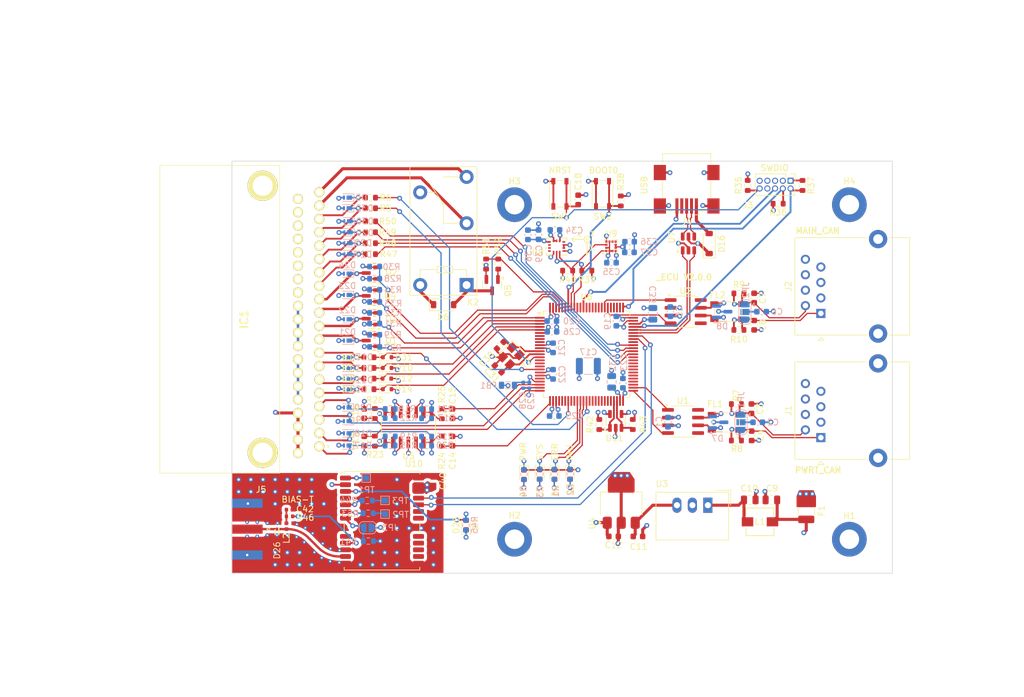
<source format=kicad_pcb>
(kicad_pcb (version 20241229) (generator "pcbnew") (generator_version "9.0")
  (title_block (title "TeR_ECU") (date "2024-11-27") (rev "V2.0.0") (company "Tecnun-eRacing") (comment 1 "Ozuba"))
  (layers (0 "F.Cu" signal) (4 "In1.Cu" signal "GND") (6 "In2.Cu" signal "PWR") (2 "B.Cu" signal) (13 "F.Paste" user) (15 "B.Paste" user) (5 "F.SilkS" user "F.Silkscreen") (7 "B.SilkS" user "B.Silkscreen") (1 "F.Mask" user) (3 "B.Mask" user) (25 "Edge.Cuts" user))
  (net 0 "")
  (net 1 "GND")
  (net 2 "+3.3V")
  (net 3 "Net-(JP1-C)")
  (net 4 "/CAN_MAIN/CAN+")
  (net 5 "/CAN_MAIN/CAN-")
  (net 6 "Net-(JP2-C)")
  (net 7 "/CAN_POWERTRAIN/CAN+")
  (net 8 "/CAN_POWERTRAIN/CAN-")
  (net 9 "+24V")
  (net 10 "Net-(U3-Vin)")
  (net 11 "+5V")
  (net 12 "/INPUTS/A0")
  (net 13 "/INPUTS/A1")
  (net 14 "/INPUTS/A2")
  (net 15 "/INPUTS/A3")
  (net 16 "/MICRO_F4/NRST")
  (net 17 "/MICRO_F4/LSE_IN")
  (net 18 "+3.3VADC")
  (net 19 "/MICRO_F4/HSE_IN")
  (net 20 "Net-(U6-VCAP_1)")
  (net 21 "Net-(U6-VCAP_2)")
  (net 22 "Net-(U9-C1)")
  (net 23 "Net-(C42-Pad1)")
  (net 24 "Net-(D1-A)")
  (net 25 "Net-(D2-A)")
  (net 26 "Net-(D3-A)")
  (net 27 "Net-(D4-A)")
  (net 28 "/LED2")
  (net 30 "Net-(U1-CANH)")
  (net 31 "Net-(U1-CANL)")
  (net 32 "Net-(U2-CANH)")
  (net 33 "Net-(U2-CANL)")
  (net 34 "/DIN0")
  (net 35 "/INPUTS/D0")
  (net 36 "/DIN1")
  (net 37 "/INPUTS/D1")
  (net 38 "/DIN2")
  (net 39 "/INPUTS/D2")
  (net 40 "/DIN3")
  (net 41 "/INPUTS/D3")
  (net 42 "/AIN0")
  (net 43 "/AIN1")
  (net 44 "/AIN2")
  (net 45 "/AIN3")
  (net 46 "/DOUT0")
  (net 47 "/DOUT1")
  (net 48 "/DOUT2")
  (net 49 "/DOUT3")
  (net 50 "Net-(D25-A)")
  (net 51 "Net-(D25-K)")
  (net 52 "/PWM3")
  (net 53 "/PWM1")
  (net 54 "/PWM2")
  (net 55 "/LED1")
  (net 56 "24_VIN")
  (net 57 "/SC_OUT")
  (net 58 "/SC_IN")
  (net 59 "/MICRO_F4/SWO")
  (net 62 "/MICRO_F4/SWCLK")
  (net 63 "/MICRO_F4/SWDIO")
  (net 64 "/USB/D+")
  (net 66 "/USB/D-")
  (net 67 "Net-(D26-K)")
  (net 68 "Net-(JP1-A)")
  (net 69 "Net-(JP1-B)")
  (net 70 "Net-(JP2-A)")
  (net 71 "Net-(JP2-B)")
  (net 73 "Net-(Q1-G)")
  (net 74 "Net-(Q2-G)")
  (net 75 "Net-(Q3-G)")
  (net 76 "Net-(Q4-G)")
  (net 77 "Net-(Q5-G)")
  (net 78 "/ERR_LED")
  (net 79 "/IMU_LED")
  (net 80 "/SYS_LED")
  (net 81 "/LEDS/LED1_SPI")
  (net 82 "/LEDS/LED2_SPI")
  (net 83 "Net-(U5A-+)")
  (net 84 "Net-(U5B-+)")
  (net 85 "Net-(U5C-+)")
  (net 86 "Net-(U5D-+)")
  (net 87 "Net-(U5A--)")
  (net 88 "Net-(U5B--)")
  (net 89 "Net-(U5C--)")
  (net 90 "Net-(U5D--)")
  (net 91 "/D_OUTPUTS/DO0")
  (net 92 "/D_OUTPUTS/DO3")
  (net 93 "/D_OUTPUTS/DO1")
  (net 94 "/D_OUTPUTS/DO2")
  (net 95 "/MICRO_F4/BOOT0")
  (net 96 "/MICRO_F4/SCL_1")
  (net 97 "/MICRO_F4/SDA_1")
  (net 98 "/MICRO_F4/LSE_OUT")
  (net 99 "/MICRO_F4/SCL_2")
  (net 100 "/MICRO_F4/SDA_2")
  (net 101 "/MICRO_F4/HSE_OUT")
  (net 102 "Net-(U10-VCC_RF)")
  (net 103 "/MICRO_F4/SC_EN")
  (net 104 "Net-(U10-~{SAFEBOOT})")
  (net 107 "/CAN_MAIN/CAN_TX")
  (net 108 "/CAN_MAIN/CAN_RX")
  (net 110 "/CAN_POWERTRAIN/CAN_TX")
  (net 111 "/CAN_POWERTRAIN/CAN_RX")
  (net 115 "/MICRO_F4/USB_D-")
  (net 129 "/MICRO_F4/T3_CH4")
  (net 139 "/GPS/TX")
  (net 141 "/MICRO_F4/VREF+")
  (net 143 "/MICRO_F4/USB_D+")
  (net 144 "/MICRO_F4/T3_CH3")
  (net 153 "/GPS/RX")
  (net 170 "Net-(D6-A)")
  (net 171 "/MICRO_F4/T3_CH1")
  (net 173 "/MICRO_F4/T3_CH2")
  (net 174 "/PWM0")
  (net 178 "Net-(U10-USB_DP)")
  (net 179 "Net-(U10-USB_DM)")
  (net 180 "Net-(JP3-A)")
  (net 181 "Net-(R44-Pad1)")
  (net 182 "Net-(R53-Pad2)")
  (net 183 "Net-(D16-A)")
  (footprint "CAN_CMF:FIL_ACT45B-510-2P-TL003" (layer "F.Cu") (at 173.375 101.435 180)
    (property "Reference" "FL1")
    (property "Value" "ACT45B-510-2P-TL003")
  )
  (footprint "Resistor_SMD:R_0603_1608Metric" (layer "F.Cu") (at 181.98 65.5 180)
    (property "Reference" "R36")
    (property "Value" "100k")
  )
  (footprint "IMU:LGA-14L_2P5X3X0P83_STM-L" (layer "F.Cu") (at 145.5889 72.53 180)
    (property "Reference" "U8")
    (property "Value" "ASM330LHH")
  )
  (footprint "Capacitor_SMD:C_0603_1608Metric" (layer "F.Cu") (at 154.95 120.2 180)
    (property "Reference" "C12")
    (property "Value" "10u")
  )
  (footprint "Capacitor_SMD:C_0603_1608Metric" (layer "F.Cu") (at 113.98 100 90)
    (property "Reference" "C16")
    (property "Value" "20n")
  )
  (footprint "MountingHole:MountingHole_3.2mm_M3_ISO7380_Pad_TopBottom" (layer "F.Cu") (at 138.68 120.661625)
    (property "Reference" "H2")
    (property "Value" "MountingHole_Pad")
  )
  (footprint "Capacitor_SMD:C_0603_1608Metric" (layer "F.Cu") (at 149.13 64.875 90)
    (property "Reference" "C18")
    (property "Value" "0,1uF")
  )
  (footprint "Resistor_SMD:R_0603_1608Metric" (layer "F.Cu") (at 126.73 104.525 -90)
    (property "Reference" "R24")
    (property "Value" "1K")
  )
  (footprint "footprints:IND_TCK-141_TRP" (layer "F.Cu") (at 179 117.8)
    (property "Reference" "L1")
    (property "Value" "TCK-141")
  )
  (footprint "Crystal:Crystal_SMD_3225-4Pin_3.2x2.5mm" (layer "F.Cu") (at 138.1 90.55 -135)
    (property "Reference" "Y2")
    (property "Value" "ECS-250-20-33-CKM-TR")
  )
  (footprint "Resistor_SMD:R_0603_1608Metric" (layer "F.Cu") (at 150.55 76.5 180)
    (property "Reference" "R39")
    (property "Value" "10k")
  )
  (footprint "Package_TO_SOT_SMD:SOT-23" (layer "F.Cu") (at 115.25 84.4 180)
    (property "Reference" "Q3")
    (property "Value" "ZXMN3F30FH")
  )
  (footprint "Capacitor_SMD:C_0603_1608Metric" (layer "F.Cu") (at 158.95 120.2)
    (property "Reference" "C11")
    (property "Value" "10u")
  )
  (footprint "MX34040NF2:MX34040NF2" (layer "F.Cu") (at 94.25 84.5 -90)
    (property "Reference" "IC1")
    (property "Value" "MX34040NF2" (hide yes))
  )
  (footprint "Resistor_SMD:R_0603_1608Metric" (layer "F.Cu") (at 175.125 104.435)
    (property "Reference" "R8")
    (property "Value" "120R")
  )
  (footprint "Package_TO_SOT_SMD:SOT-23" (layer "F.Cu") (at 115.25 76.9 180)
    (property "Reference" "Q2")
    (property "Value" "ZXMN3F30FH")
  )
  (footprint "Resistor_SMD:R_0402_1005Metric" (layer "F.Cu") (at 101.71 116.9)
    (property "Reference" "R46")
    (property "Value" "10R")
  )
  (footprint "Resistor_SMD:R_0603_1608Metric" (layer "F.Cu") (at 175.5375 80.25 180)
    (property "Reference" "R9")
    (property "Value" "120R")
  )
  (footprint "GPS_D:SODFL1006X40N" (layer "F.Cu") (at 99.65 119.5 -90)
    (property "Reference" "D26")
    (property "Value" "ESD9101P2T5G" (hide yes))
  )
  (footprint "MountingHole:MountingHole_3.2mm_M3_ISO7380_Pad_TopBottom" (layer "F.Cu") (at 193.68 65.661625)
    (property "Reference" "H4")
    (property "Value" "MountingHole_Pad")
  )
  (footprint "Capacitor_SMD:C_0603_1608Metric" (layer "F.Cu") (at 113.98 104.525 -90)
    (property "Reference" "C13")
    (property "Value" "20n")
  )
  (footprint "Button_Switch_SMD:SW_SPST_PTS810" (layer "F.Cu") (at 153.13 63.875 90)
    (property "Reference" "SW2")
    (property "Value" "BOOT0")
  )
  (footprint "Capacitor_SMD:C_0805_2012Metric" (layer "F.Cu") (at 180.8675 114.1975 180)
    (property "Reference" "C9")
    (property "Value" "10 µF")
  )
  (footprint "Capacitor_SMD:C_0603_1608Metric" (layer "F.Cu") (at 178.0375 85.475 -90)
    (property "Reference" "C8")
    (property "Value" "10p")
  )
  (footprint "Converter_DCDC:Converter_DCDC_TRACO_TSR-1_THT" (layer "F.Cu") (at 170.4325 115.0675 180)
    (property "Reference" "U3")
    (property "Value" "TSR_1-2450")
  )
  (footprint "MountingHole:MountingHole_3.2mm_M3_ISO7380_Pad_TopBottom" (layer "F.Cu") (at 193.68 120.661625)
    (property "Reference" "H1")
    (property "Value" "MountingHole_Pad")
  )
  (footprint "Resistor_SMD:R_0603_1608Metric" (layer "F.Cu") (at 114.755 94.25)
    (property "Reference" "R12")
    (property "Value" "10k")
  )
  (footprint "Connector_PinHeader_1.27mm:PinHeader_2x05_P1.27mm_Vertical" (layer "F.Cu") (at 184.02 61.73 -90)
    (property "Reference" "J3")
    (property "Value" "DEBUG")
  )
  (footprint "LED_SMD:LED_0603_1608Metric" (layer "F.Cu") (at 130.71 118.3325 90)
    (property "Reference" "D25")
    (property "Value" "TPS")
  )
  (footprint "Resistor_SMD:R_0603_1608Metric" (layer "F.Cu") (at 185.98 62.5 -90)
    (property "Reference" "R37")
    (property "Value" "100k")
  )
  (footprint "Resistor_SMD:R_0603_1608Metric" (layer "F.Cu") (at 115.025 68.4)
    (property "Reference" "R50")
    (property "Value" "100R")
  )
  (footprint "Capacitor_SMD:C_0603_1608Metric" (layer "F.Cu") (at 128.48 104.525 90)
    (property "Reference" "C14")
    (property "Value" "20n")
  )
  (footprint "Resistor_SMD:R_0603_1608Metric" (layer "F.Cu") (at 114.755 90.75)
    (property "Reference" "R14")
    (property "Value" "10k")
  )
  (footprint "Relay_THT:Relay_SPDT_Omron-G5Q-1" (layer "F.Cu") (at 130.8 78.875 90)
    (property "Reference" "K2")
    (property "Value" "G5Q-1")
  )
  (footprint "Capacitor_SMD:C_0603_1608Metric" (layer "F.Cu") (at 135.97868 92.67132 135)
    (property "Reference" "C31")
    (property "Value" "30p")
  )
  (footprint "Connector_Coaxial:SMA_Amphenol_132289_EdgeMount" (layer "F.Cu") (at 94.75 119 180)
    (property "Reference" "J5")
    (property "Value" "GPS_ANT")
  )
  (footprint "Resistor_SMD:R_0603_1608Metric" (layer "F.Cu") (at 115 64.5)
    (property "Reference" "R6")
    (property "Value" "100R")
  )
  (footprint "Resistor_SMD:R_0603_1608Metric" (layer "F.Cu") (at 152.6 101.8 -90)
    (property "Reference" "R42")
    (property "Value" "10k")
  )
  (footprint "Capacitor_SMD:C_0603_1608Metric" (layer "F.Cu") (at 178.0375 81 -90)
    (property "Reference" "C7")
    (property "Value" "10p")
  )
  (footprint "Package_TO_SOT_SMD:SOT-23" (layer "F.Cu") (at 115.25 80.65 180)
    (property "Reference" "Q4")
    (property "Value" "ZXMN3F30FH")
  )
  (footprint "Resistor_SMD:R_0603_1608Metric" (layer "F.Cu") (at 115.73 104.525 90)
    (property "Reference" "R23")
    (property "Value" "1K")
  )
  (footprint "Capacitor_SMD:C_0603_1608Metric" (layer "F.Cu") (at 177.625 103.66 -90)
    (property "Reference" "C4")
    (property "Value" "10p")
  )
  (footprint "Capacitor_SMD:C_0603_1608Metric" (layer "F.Cu") (at 128.48 100.025 -90)
    (property "Reference" "C15")
    (property "Value" "20n")
  )
  (footprint "LED_SMD:LED_0603_1608Metric" (layer "F.Cu") (at 145.245 110.015 -90)
    (property "Reference" "D1")
    (property "Value" "ERR")
  )
  (footprint "Package_TO_SOT_SMD:SOT-23-6" (layer "F.Cu") (at 167.25 72.0375 90)
    (property "Reference" "U7")
    (property "Value" "USBLC6-2SC6")
  )
  (footprint "Capacitor_SMD:C_0402_1005Metric" (layer "F.Cu") (at 101.68 115.8)
    (property "Reference" "C42")
    (property "Value" "10n")
  )
  (footprint "Diode_SMD:D_SOD-523" (layer "F.Cu") (at 117.755 96)
    (property "Reference" "D14")
    (property "Value" "SZMM5Z3V3T1G")
  )
  (footprint "Resistor_SMD:R_0603_1608Metric" (layer "F.Cu") (at 126.73 100.025 90)
    (property "Reference" "R25")
    (property "Value" "1K")
  )
  (footprint "Resistor_SMD:R_0603_1608Metric" (layer "F.Cu") (at 115 73.8)
    (property "Reference" "R47")
    (property "Value" "100R")
  )
  (footprint "Package_SO:SOIC-14_3.9x8.7mm_P1.27mm" (layer "F.Cu") (at 121.23 102.275 90)
    (property "Reference" "U5")
    (property "Value" "LM324")
  )
  (footprint "RF_GPS:ublox_NEO" (layer "F.Cu") (at 116.9 117.6)
    (property "Reference" "U10")
    (property "Value" "NEO-M9N")
  )
  (footprint "Resistor_SMD:R_0603_1608Metric" (layer "F.Cu") (at 114.755 92.5)
    (property "Reference" "R13")
    (property "Value" "10k")
  )
  (footprint "Resistor_SMD:R_0603_1608Metric" (layer "F.Cu") (at 175.5375 86.25)
    (property "Reference" "R10")
    (property "Value" "120R")
  )
  (footprint "Resistor_SMD:R_0603_1608Metric" (layer "F.Cu") (at 115 66.25)
    (property "Reference" "R5")
    (property "Value" "100R")
  )
  (footprint "Resistor_SMD:R_0603_1608Metric" (layer "F.Cu") (at 158.1 101.8 -90)
    (property "Reference" "R43")
    (property "Value" "10k")
  )
  (footprint "Package_TO_SOT_SMD:SOT-23" (layer "F.Cu") (at 115.25 88 180)
    (property "Reference" "Q1")
    (property "Value" "ZXMN3F30FH")
  )
  (footprint "Diode_SMD:D_SOD-123" (layer "F.Cu") (at 127.0225 82.1)
    (property "Reference" "D6")
    (property "Value" "SS14")
  )
  (footprint "Package_TO_SOT_SMD:SOT-23" (layer "F.Cu") (at 135 78.8875 -90)
    (property "Reference" "Q5")
    (property "Value" "ZXMN3F30FH")
  )
  (footprint "Resistor_SMD:R_0603_1608Metric" (layer "F.Cu") (at 115.73 100 -90)
    (property "Reference" "R26")
    (property "Value" "1K")
  )
  (footprint "LED_SMD:LED_0603_1608Metric" (layer "F.Cu") (at 142.8 110 -90)
    (property "Reference" "D3")
    (property "Value" "SYS")
  )
  (footprint "Package_TO_SOT_SMD:SOT-223-3_TabPin2" (layer "F.Cu") (at 156.2 114.8 90)
    (property "Reference" "U4")
    (property "Value" "LM1117MP-3.3")
  )
  (footprint "Resistor_SMD:R_0603_1608Metric" (layer "F.Cu") (at 176.98 62.5 -90)
    (property "Reference" "R35")
    (property "Value" "100k")
  )
  (footprint "Package_QFP:LQFP-100_14x14mm_P0.5mm" (layer "F.Cu") (at 150.5 90.25)
    (property "Reference" "U6")
    (property "Value" "STM32F405VGTx")
  )
  (footprint "Package_TO_SOT_SMD:SOT-23-5" (layer "F.Cu") (at 155.3 101.2125 90)
    (property "Reference" "U11")
    (property "Value" "AT24CS02-STUM")
  )
  (footprint "Connector_RJ:RJ45_Ninigi_GE" (layer "F.Cu") (at 189 83.53 90)
    (property "Reference" "J2")
    (property "Value" "RJ45_Shielded")
  )
  (footprint "Diode_SMD:D_SOD-523" (layer "F.Cu") (at 117.705 94.25)
    (property "Reference" "D12")
    (property "Value" "SZMM5Z3V3T1G")
  )
  (footprint "Diode_SMD:D_SOD-123" (layer "F.Cu") (at 170.65 72.05 90)
    (property "Reference" "D16")
    (property "Value" "SS14")
  )
  (footprint "Capacitor_SMD:C_0603_1608Metric" (layer "F.Cu") (at 136.332233 88.782233 -135)
    (property "Reference" "C30")
    (property "Value" "30p")
  )
  (footprint "Resistor_SMD:R_0603_1608Metric" (layer "F.Cu") (at 147.4 76.5)
    (property "Reference" "R40")
    (property "Value" "10k")
  )
  (footprint "Connector_USB:USB_Mini-B_Wuerth_65100516121_Horizontal" (layer "F.Cu") (at 166.95 63.275 180)
    (property "Reference" "J4")
    (property "Value" "USB_B_Mini")
  )
  (footprint "Capacitor_SMD:C_0805_2012Metric" (layer "F.Cu") (at 177.3175 114.1975)
    (property "Reference" "C10")
    (property "Value" "10 µF")
  )
  (footprint "Inductor_SMD:L_0402_1005Metric" (layer "F.Cu") (at 101.2 118.515 -90)
    (property "Reference" "L2")
    (property "Value" "27nH")
  )
  (footprint "Resistor_SMD:R_0603_1608Metric" (layer "F.Cu") (at 115 70.2)
    (property "Reference" "R49")
    (property "Value" "100R")
  )
  (footprint "LED_SMD:LED_0603_1608Metric" (layer "F.Cu") (at 147.8 110 -90)
    (property "Reference" "D2")
    (property "Value" "IMU")
  )
  (footprint "Resistor_SMD:R_0603_1608Metric" (layer "F.Cu") (at 115 72)
    (property "Reference" "R48")
    (property "Value" "100R")
  )
  (footprint "Package_LGA:LGA-12_2x2mm_P0.5mm" (layer "F.Cu") (at 154.525 72.5 90)
    (property "Reference" "U9")
    (property "Value" "LIS3MDL")
  )
  (footprint "Package_SO:SOIC-8_3.9x4.9mm_P1.27mm" (layer "F.Cu") (at 166.7875 83.25)
    (property "Reference" "U2")
    (property "Value" "TCAN332")
  )
  (footprint "Package_SO:SOIC-8_3.9x4.9mm_P1.27mm" (layer "F.Cu") (at 166.35 101.3)
    (property "Reference" "U1")
    (property "Value" "TCAN332")
  )
  (footprint "LED_SMD:LED_0603_1608Metric" (layer "F.Cu") (at 140.22 110.055 -90)
    (property "Reference" "D4")
    (property "Value" "PWR")
  )
  (footprint "Resistor_SMD:R_0603_1608Metric" (layer "F.Cu") (at 136 75.425 -90)
    (property "Reference" "R52")
    (property "Value" "6R")
  )
  (footprint "Capacitor_SMD:C_0603_1608Metric" (layer "F.Cu") (at 177.6 99.2 -90)
    (property "Reference" "C3")
    (property "Value" "10p")
  )
  (footprint "Resistor_SMD:R_0603_1608Metric" (layer "F.Cu") (at 156.13 65.05 90)
    (property "Reference" "R38")
    (property "Value" "10k")
  )
  (footprint "Diode_SMD:D_SOD-523" (layer "F.Cu") (at 117.755 92.5)
    (property "Reference" "D10")
    (property "Value" "SZMM5Z3V3T1G")
  )
  (footprint "Resistor_SMD:R_0603_1608Metric" (layer "F.Cu") (at 175.125 98.435 180)
    (property "Reference" "R7")
    (property "Value" "120R")
  )
  (footprint "Resistor_SMD:R_0603_1608Metric" (layer "F.Cu") (at 114.755 96)
    (property "Reference" "R11")
    (property "Value" "10k")
  )
  (footprint "CAN_CMF:FIL_ACT45B-510-2P-TL003" (layer "F.Cu") (at 173.7875 83.25 180)
    (property "Reference" "FL2")
    (property "Value" "ACT45B-510-2P-TL003")
  )
  (footprint "Diode_SMD:D_SOD-523" (layer "F.Cu") (at 117.755 90.75)
    (property "Reference" "D31")
    (property "Value" "SZMM5Z3V3T1G")
  )
  (footprint "Button_Switch_SMD:SW_SPST_PTS810" (layer "F.Cu") (at 146.13 63.875 90)
    (property "Reference" "SW1")
    (property "Value" "RST")
  )
  (footprint "Fuse:Fuse_1210_3225Metric" (layer "F.Cu") (at 186.6 116 -90)
    (property "Reference" "F1")
    (property "Value" "500mA")
  )
  (footprint "MountingHole:MountingHole_3.2mm_M3_ISO7380_Pad_TopBottom" (layer "F.Cu") (at 138.68 65.661625)
    (property "Reference" "H3")
    (property "Value" "MountingHole_Pad")
  )
  (footprint "Resistor_SMD:R_0603_1608Metric" (layer "F.Cu") (at 134 75.425 90)
    (property "Reference" "R51")
    (property "Value" "10k")
  )
  (footprint "Connector_RJ:RJ45_Ninigi_GE" (layer "F.Cu") (at 189 103.96 90)
    (property "Reference" "J1")
    (property "Value" "RJ45_Shielded")
  )
  (footprint "Capacitor_SMD:C_0603_1608Metric" (layer "F.Cu") (at 125.32 111.195 90)
    (property "Reference" "C40")
    (property "Value" "10p")
  )
  (footprint "Resistor_SMD:R_0603_1608Metric" (layer "B.Cu") (at 118.23 105.25)
    (property "Reference" "R15")
    (property "Value" "0R")
  )
  (footprint "Resistor_SMD:R_0603_1608Metric" (layer "B.Cu") (at 118.25 99.25)
    (property "Reference" "R18")
    (property "Value" "0R")
  )
  (footprint "Resistor_SMD:R_0603_1608Metric" (layer "B.Cu") (at 115.69 89.05)
    (property "Reference" "R27")
    (property "Value" "6R")
  )
  (footprint "Resistor_SMD:R_0603_1608Metric" (layer "B.Cu") (at 114.66 120.96)
    (property "Reference" "R41")
    (property "Value" "100k")
  )
  (footprint "Diode_SMD:Nexperia_DSN1608-2_1.6x0.8mm" (layer "B.Cu") (at 111.252619 80.5 180)
    (property "Reference" "D23")
    (property "Value" "PTVS26VZ1USK")
  )
  (footprint "Capacitor_SMD:C_0402_1005Metric" (layer "B.Cu") (at 141.1 95.35 -90)
    (property "Reference" "C29")
    (property "Value" "10uF")
  )
  (footprint "Resistor_SMD:R_0603_1608Metric" (layer "B.Cu") (at 140.22 110.015 -90)
    (property "Reference" "R4")
    (property "Value" "120R")
  )
  (footprint "Capacitor_SMD:C_1210_3225Metric" (layer "B.Cu") (at 150.8 92.2 180)
    (property "Reference" "C17")
    (property "Value" "10uF")
  )
  (footprint "Capacitor_SMD:C_0603_1608Metric" (layer "B.Cu") (at 144.8 84.8)
    (property "Reference" "C20")
    (property "Value" "100nF")
  )
  (footprint "Jumper:SolderJumper-3_P1.3mm_Open_RoundedPad1.0x1.5mm" (layer "B.Cu") (at 176.5375 83.3 -90)
    (property "Reference" "JP2")
    (property "Value" "120R Term")
  )
  (footprint "Diode_SMD:Nexperia_DSN1608-2_1.6x0.8mm" (layer "B.Cu") (at 111.327619 73.8 180)
    (property "Reference" "D27")
    (property "Value" "PTVS26VZ1USK")
  )
  (footprint "Diode_SMD:Nexperia_DSN1608-2_1.6x0.8mm" (layer "B.Cu") (at 111.252619 92.5 180)
    (property "Reference" "D13")
    (property "Value" "PTVS26VZ1USK")
  )
  (footprint "Resistor_SMD:R_0603_1608Metric" (layer "B.Cu") (at 130.685 118.3325 90)
    (property "Reference" "R45")
    (property "Value" "100R")
  )
  (footprint "TestPoint:TestPoint_Pad_1.0x1.0mm" (layer "B.Cu") (at 117.4 116.53 180)
    (property "Reference" "TP2")
    (property "Value" "USB+")
  )
  (footprint "Resistor_SMD:R_0603_1608Metric" (layer "B.Cu") (at 115.69 81.65)
    (property "Reference" "R33")
    (property "Value" "6R")
  )
  (footprint "Resistor_SMD:R_0603_1608Metric" (layer "B.Cu") (at 118.25 103.75 180)
    (property "Reference" "R19")
    (property "Value" "10k")
  )
  (footprint "Diode_SMD:Nexperia_DSN1608-2_1.6x0.8mm" (layer "B.Cu") (at 111.327619 72 180)
    (property "Reference" "D28")
    (property "Value" "PTVS26VZ1USK")
  )
  (footprint "Resistor_SMD:R_0603_1608Metric" (layer "B.Cu") (at 142.825 109.96 -90)
    (property "Reference" "R3")
    (property "Value" "120R")
  )
  (footprint "Diode_SMD:Nexperia_DSN1608-2_1.6x0.8mm" (layer "B.Cu") (at 111.252619 64.5 180)
    (property "Reference" "D5")
    (property "Value" "PTVS7V5Z1USK")
  )
  (footprint "Diode_SMD:Nexperia_DSN1608-2_1.6x0.8mm" (layer "B.Cu") (at 111.252619 88 180)
    (property "Reference" "D21")
    (property "Value" "PTVS26VZ1USK")
  )
  (footprint "Resistor_SMD:R_0603_1608Metric" (layer "B.Cu") (at 115.69 75.825 180)
    (property "Reference" "R30")
    (property "Value" "1K")
  )
  (footprint "Capacitor_SMD:C_0603_1608Metric" (layer "B.Cu") (at 163.875 101.41 -90)
    (property "Reference" "C1")
    (property "Value" "100n")
  )
  (footprint "Resistor_SMD:R_0603_1608Metric" (layer "B.Cu") (at 124.23 105.275)
    (property "Reference" "R20")
    (property "Value" "10k")
  )
  (footprint "Resistor_SMD:R_0603_1608Metric" (layer "B.Cu") (at 118.23 100.75 180)
    (property "Reference" "R22")
    (property "Value" "10k")
  )
  (footprint "Resistor_SMD:R_0603_1608Metric" (layer "B.Cu") (at 147.8 109.96 -90)
    (property "Reference" "R2")
    (property "Value" "120R")
  )
  (footprint "Inductor_SMD:L_0805_2012Metric" (layer "B.Cu") (at 137.6 95.35 180)
    (property "Reference" "FB1")
    (property "Value" "120R")
  )
  (footprint "Diode_SMD:Nexperia_DSN1608-2_1.6x0.8mm" (layer "B.Cu") (at 111.327619 70.2 180)
    (property "Reference" "D29")
    (property "Value" "PTVS26VZ1USK")
  )
  (footprint "Capacitor_SMD:C_0603_1608Metric" (layer "B.Cu") (at 142.62 70.59 -90)
    (property "Reference" "C39")
    (property "Value" "10u")
  )
  (footprint "Capacitor_SMD:C_0603_1608Metric" (layer "B.Cu") (at 157.575 71.75 180)
    (property "Reference" "C36")
    (property "Value" "1u")
  )
  (footprint "TestPoint:TestPoint_Pad_1.0x1.0mm" (layer "B.Cu") (at 117.4 114.28)
    (property "Reference" "TP3")
    (property "Value" "USB-")
  )
  (footprint "Capacitor_SMD:C_0805_2012Metric" (layer "B.Cu") (at 154.63 94.78 90)
    (property "Reference" "C32")
    (property "Value" "2.2uF")
  )
  (footprint "Capacitor_SMD:C_0603_1608Metric" (layer "B.Cu") (at 154.6 75.2 180)
    (property "Reference" "C35")
    (property "Value" "100n")
  )
  (footprint "Diode_SMD:Nexperia_DSN1608-2_1.6x0.8mm" (layer "B.Cu") (at 111.252619 103.25 180)
    (property "Reference" "D18")
    (property "Value" "PTVS26VZ1USK")
  )
  (footprint "Jumper:SolderJumper-2_P1.3mm_Open_RoundedPad1.0x1.5mm" (layer "B.Cu") (at 114.55 118.77)
    (property "Reference" "JP3")
    (property "Value" "EN_USB")
  )
  (footprint "Resistor_SMD:R_0603_1608Metric" (layer "B.Cu") (at 115.69 87.05 180)
    (property "Reference" "R29")
    (property "Value" "1K")
  )
  (footprint "Resistor_SMD:R_0603_1608Metric" (layer "B.Cu") (at 115.69 77.825)
    (property "Reference" "R28")
    (property "Value" "6R")
  )
  (footprint "Diode_SMD:Nexperia_DSN1608-2_1.6x0.8mm" (layer "B.Cu") (at 111.252619 96 180)
    (property "Reference" "D9")
    (property "Value" "PTVS26VZ1USK")
  )
  (footprint "TestPoint:TestPoint_Pad_1.0x1.0mm" (layer "B.Cu") (at 114.3 110.6)
    (property "Reference" "TP1")
    (property "Value" "GPS_SFBOOT")
  )
  (footprint "Resistor_SMD:R_0603_1608Metric" (layer "B.Cu") (at 115.69 79.65 180)
    (property "Reference" "R34")
    (property "Value" "1K")
  )
  (footprint "Capacitor_SMD:C_0402_1005Metric" (layer "B.Cu") (at 140.1 95.35 -90)
    (property "Reference" "C28")
    (property "Value" "100nF")
  )
  (footprint "Resistor_SMD:R_0603_1608Metric" (layer "B.Cu") (at 115.69 83.45 180)
    (property "Reference" "R32")
    (property "Value" "1K")
  )
  (footprint "Capacitor_SMD:C_0603_1608Metric" (layer "B.Cu") (at 179.2625 83.25)
    (property "Reference" "C6")
    (property "Value" "4.7nF")
  )
  (footprint "Diode_SMD:Nexperia_DSN1608-2_1.6x0.8mm" (layer "B.Cu") (at 111.252619 101.25 180)
    (property "Reference" "D19")
    (property "Value" "PTVS26VZ1USK")
  )
  (footprint "Diode_SMD:Nexperia_DSN1608-2_1.6x0.8mm" (layer "B.Cu") (at 111.252619 66.25 180)
    (property "Reference" "D32")
    (property "Value" "PTVS7V5Z1USK")
  )
  (footprint "Capacitor_SMD:C_0603_1608Metric" (layer "B.Cu") (at 155.4 84.8 -90)
    (property "Reference" "C19")
    (property "Value" "100nF")
  )
  (footprint "Resistor_SMD:R_0603_1608Metric" (layer "B.Cu") (at 145.2 109.975 -90)
    (property "Reference" "R1")
    (property "Value" "120R")
  )
  (footprint "Diode_SMD:Nexperia_DSN1608-2_1.6x0.8mm" (layer "B.Cu") (at 111.252619 84.5 180)
    (property "Reference" "D22")
    (property "Value" "PTVS26VZ1USK")
  )
  (footprint "Resistor_SMD:R_0603_1608Metric" (layer "B.Cu") (at 124.23 99.275)
    (property "Reference" "R21")
    (property "Value" "10k")
  )
  (footprint "Capacitor_SMD:C_0603_1608Metric" (layer "B.Cu") (at 144.825 86.55)
    (property "Reference" "C26")
    (property "Value" "100nF")
  )
  (footprint "Diode_SMD:Nexperia_DSN1608-2_1.6x0.8mm" (layer "B.Cu") (at 111.252619 90.75 180)
    (property "Reference" "D15")
    (property "Value" "PTVS26VZ1USK")
  )
  (footprint "Diode_SMD:Nexperia_DSN1608-2_1.6x0.8mm" (layer "B.Cu") (at 111.252619 77 180)
    (property "Reference" "D24")
    (property "Value" "PTVS26VZ1USK")
  )
  (footprint "Package_TO_SOT_SMD:SOT-23" (layer "B.Cu") (at 172.125 101.435)
    (property "Reference" "D7")
    (property "Value" "NUP2105L")
  )
  (footprint "Capacitor_SMD:C_0603_1608Metric" (layer "B.Cu") (at 178.625 101.435)
    (property "Reference" "C2")
    (property "Value" "4.7nF")
  )
  (footprint "Jumper:SolderJumper-3_P1.3mm_Open_RoundedPad1.0x1.5mm" (layer "B.Cu") (at 175.875 101.435 -90)
    (property "Reference" "JP1")
    (property "Value" "120R Term")
  )
  (footprint "Resistor_SMD:R_0603_1608Metric" (layer "B.Cu") (at 114.63 116.39)
    (property "Reference" "R53")
    (property "Value" "27R")
  )
  (footprint "Resistor_SMD:R_0603_1608Metric" (layer "B.Cu") (at 124.23 100.775 180)
    (property "Reference" "R17")
    (property "Value" "0R")
  )
  (footprint "Resistor_SMD:R_0603_1608Metric" (layer "B.Cu") (at 115.69 85.2)
    (property "Reference" "R31")
    (property "Value" "6R")
  )
  (footprint "Capacitor_SMD:C_0603_1608Metric" (layer "B.Cu") (at 145.31 69.81 180)
    (property "Reference" "C34")
    (property "Value" "100n")
  )
  (footprint "Capacitor_SMD:C_0603_1608Metric" (layer "B.Cu") (at 145 93.55 -90)
    (property "Reference" "C22")
    (property "Value" "100nF")
  )
  (footprint "Package_TO_SOT_SMD:SOT-23" (layer "B.Cu") (at 172.7875 83.25)
    (property "Reference" "D8")
    (property "Value" "NUP2105L")
  )
  (footprint "Capacitor_SMD:C_0805_2012Metric" (layer "B.Cu") (at 161.4 83.6 90)
    (property "Reference" "C33")
    (property "Value" "2.2uF")
  )
  (footprint "Diode_SMD:Nexperia_DSN1608-2_1.6x0.8mm" (layer "B.Cu") (at 111.252619 105.25 180)
    (property "Reference" "D17")
    (property "Value" "PTVS26VZ1USK")
  )
  (footprint "Resistor_SMD:R_0603_1608Metric" (layer "B.Cu") (at 124.23 103.775 180)
    (property "Reference" "R16")
    (property "Value" "0R")
  )
  (footprint "Capacitor_SMD:C_0603_1608Metric" (layer "B.Cu") (at 140.87 70.615 90)
    (property "Reference" "C38")
    (property "Value" "100n")
  )
  (footprint "Capacitor_SMD:C_0603_1608Metric" (layer "B.Cu") (at 157.55 73.5 180)
    (property "Reference" "C37")
    (property "Value" "100n")
  )
  (footprint "Capacitor_SMD:C_0603_1608Metric" (layer "B.Cu") (at 145.2 100.4 180)
    (property "Reference" "C25")
    (property "Value" "100nF")
  )
  (footprint "Capacitor_SMD:C_0603_1608Metric" (layer "B.Cu") (at 156.48 95 90)
    (property "Reference" "C23")
    (property "Value" "100nF")
  )
  (footprint "Diode_SMD:Nexperia_DSN1608-2_1.6x0.8mm" (layer "B.Cu") (at 111.252619 94.25 180)
    (property "Reference" "D11")
    (property "Value" "PTVS26VZ1USK")
  )
  (footprint "Diode_SMD:Nexperia_DSN1608-2_1.6x0.8mm" (layer "B.Cu") (at 111.327619 68.39 180)
    (property "Reference" "D30")
    (property "Value" "PTVS26VZ1USK")
  )
  (footprint "Resistor_SMD:R_0603_1608Metric" (layer "B.Cu") (at 114.48 114.3 180)
    (property "Reference" "R44")
    (property "Value" "27R")
  )
  (footprint "Capacitor_SMD:C_0603_1608Metric" (layer "B.Cu") (at 145 89.2 90)
    (property "Reference" "C21")
    (property "Value" "100nF")
  )
  (footprint "Capacitor_SMD:C_0603_1608Metric" (layer "B.Cu") (at 164.2625 83.25 -90)
    (property "Reference" "C5")
    (property "Value" "100n")
  )
  (footprint "Diode_SMD:Nexperia_DSN1608-2_1.6x0.8mm" (layer "B.Cu") (at 111.252619 99 180)
    (property "Reference" "D20")
    (property "Value" "PTVS26VZ1USK")
  )
  (gr_line (start 148.06 71.36) (end 148.413553 71.006447) (stroke (width 0.15)) (layer "F.SilkS"))
  (gr_circle (center 150.58 71.37) (end 151.08 71.37) (stroke (width 0.15)) (fill no) (layer "F.SilkS"))
  (gr_line (start 150.6 73.88) (end 150.246447 73.526447) (stroke (width 0.15)) (layer "F.SilkS"))
  (gr_line (start 150.956777 73.523224) (end 150.603224 73.876777) (stroke (width 0.15)) (layer "F.SilkS"))
  (gr_line (start 148.416776 71.716777) (end 148.063223 71.363224) (stroke (width 0.15)) (layer "F.SilkS"))
  (gr_circle (center 150.58 71.37) (end 150.73 71.37) (stroke (width 0.15)) (fill yes) (layer "F.SilkS"))
  (gr_line (start 150.6 73.88) (end 150.6 71.88) (stroke (width 0.15)) (layer "F.SilkS"))
  (gr_line (start 148.06 71.36) (end 150.06 71.36) (stroke (width 0.15)) (layer "F.SilkS"))
  (gr_rect (start 92.25 58.5) (end 200.75 126.25) (stroke (width 0.1)) (fill no) (layer "Edge.Cuts"))
  (gr_text "TP" (at 132.91 119.32 90) (layer "F.SilkS") (effects (font (size 1 1)) (justify left bottom)))
  (gr_text "PWRT_CAN" (at 184.63 109.88 0) (layer "F.SilkS") (effects (font (size 1 1) (thickness 0.2) (bold yes)) (justify left bottom)))
  (gr_text "BOOT0" (at 150.8 60.6 0) (layer "F.SilkS") (effects (font (size 1 1)) (justify left bottom)))
  (gr_text "ERR" (at 145.9 107.875 90) (layer "F.SilkS") (effects (font (size 1 1)) (justify left bottom)))
  (gr_text "IMU" (at 148.35 107.86 90) (layer "F.SilkS") (effects (font (size 1 1)) (justify left bottom)))
  (gr_text "SYS" (at 143.4 107.86 90) (layer "F.SilkS") (effects (font (size 1 1)) (justify left bottom)))
  (gr_text "MAIN_CAN" (at 184.74 70.53 0) (layer "F.SilkS") (effects (font (size 1 1) (thickness 0.2) (bold yes)) (justify left bottom)))
  (gr_text "SWDIO" (at 179 60.2 0) (layer "F.SilkS") (effects (font (size 1 1)) (justify left bottom)))
  (gr_text "PWR" (at 140.67 107.915 90) (layer "F.SilkS") (effects (font (size 1 1)) (justify left bottom)))
  (gr_text "y" (at 150.88 73.01 0) (layer "F.SilkS") (effects (font (size 1 1)) (justify left bottom)))
  (gr_text "USB" (at 160.55 64.04 90) (layer "F.SilkS") (effects (font (size 1 1)) (justify left bottom)))
  (gr_text "BIAS-T" (at 100.31 114.71 0) (layer "F.SilkS") (effects (font (size 1 1)) (justify left bottom)))
  (gr_text "z" (at 150.97 70.89 0) (layer "F.SilkS") (effects (font (size 1 1)) (justify left bottom)))
  (gr_text "NRST" (at 144.2 60.6 0) (layer "F.SilkS") (effects (font (size 1 1)) (justify left bottom)))
  (gr_text "_ECU V2.0.0\n" (at 161.82 78.17 0) (layer "F.SilkS") (effects (font (size 1 1) (thickness 0.2) (bold yes)) (justify left bottom)))
  (gr_text "x" (at 148.79 71.04 0) (layer "F.SilkS") (effects (font (size 1 1)) (justify left bottom)))
  (segment (start 114 79.5) (end 114.2 79.7) (width 0.2) (layer "F.Cu") (net 1))
  (segment (start 137.216117 90.231802) (end 136.721142 90.726777) (width 0.3) (layer "F.Cu") (net 1))
  (segment (start 128.48 103.75) (end 129.75 103.75) (width 0.2) (layer "F.Cu") (net 1))
  (segment (start 145.657755 83.99423) (end 145.338525 83.675) (width 0.2) (layer "F.Cu") (net 1))
  (segment (start 138.468198 90.868198) (end 137.831802 90.231802) (width 0.3) (layer "F.Cu") (net 1))
  (segment (start 145 99.102991) (end 144.824045 99.278946) (width 0.2) (layer "F.Cu") (net 1))
  (segment (start 138.983883 90.868198) (end 138.468198 90.868198) (width 0.3) (layer "F.Cu") (net 1))
  (segment (start 162.55 60.375) (end 164.175 60.375) (width 0.4) (layer "F.Cu") (net 1))
  (segment (start 119.25 94.25) (end 118.405 94.25) (width 0.2) (layer "F.Cu") (net 1))
  (segment (start 128.48 100.8) (end 129.7 100.8) (width 0.2) (layer "F.Cu") (net 1))
  (segment (start 156.13 64.225) (end 157.175 64.225) (width 0.3) (layer "F.Cu") (net 1))
  (segment (start 159.725 120.2) (end 159.725 119.075) (width 0.5) (layer "F.Cu") (net 1))
  (segment (start 114.2 79.7) (end 116.1875 79.7) (width 0.2) (layer "F.Cu") (net 1))
  (segment (start 145 97.925) (end 145 99.102991) (width 0.2) (layer "F.Cu") (net 1))
  (segment (start 154.35 100.075) (end 153.675 100.075) (width 0.3) (layer "F.Cu") (net 1))
  (segment (start 157.188611 84.75) (end 158.175 84.75) (width 0.2) (layer "F.Cu") (net 1))
  (segment (start 145.088901 71.6029) (end 145.088901 71.118901) (width 0.25) (layer "F.Cu") (net 1))
  (segment (start 134 77.9) (end 134.05 77.95) (width 0.2) (layer "F.Cu") (net 1))
  (segment (start 135.430672 92.123312) (end 135.430672 92.017247) (width 0.3) (layer "F.Cu") (net 1))
  (segment (start 171.35 65.875) (end 169.675 65.875) (width 0.4) (layer "F.Cu") (net 1))
  (segment (start 119.4 92.8) (end 119.1 92.5) (width 0.2) (layer "F.Cu") (net 1))
  (segment (start 154.775 73.2625) (end 154.275 73.2625) (width 0.2) (layer "F.Cu") (net 1))
  (segment (start 113.98 105.3) (end 113.98 106.48) (width 0.2) (layer "F.Cu") (net 1))
  (segment (start 143.873352 88.75) (end 144.220895 88.402457) (width 0.2) (layer "F.Cu") (net 1))
  (segment (start 166.498762 72) (end 167.25 72.751238) (width 0.3) (layer "F.Cu") (net 1))
  (segment (start 139.478858 90.373223) (end 138.983883 90.868198) (width 0.3) (layer "F.Cu") (net 1))
  (segment (start 157.175 64.225) (end 157.4 64) (width 0.3) (layer "F.Cu") (net 1))
  (segment (start 113.98 99.225) (end 113.98 98.02) (width 0.2) (layer "F.Cu") (net 1))
  (segment (start 145.088901 71.118901) (end 144.62 70.65) (width 0.25) (layer "F.Cu") (net 1))
  (segment (start 116.1875 87.05) (end 114.3 87.05) (width 0.2) (layer "F.Cu") (net 1))
  (segment (start 159.725 119.075) (end 160.4 118.4) (width 0.5) (layer "F.Cu") (net 1))
  (segment (start 169.675 65.875) (end 169.6 65.8) (width 0.4) (layer "F.Cu") (net 1))
  (segment (start 156.614488 85.8) (end 156.614488 85.324123) (width 0.2) (layer "F.Cu") (net 1))
  (segment (start 142.825 88.75) (end 143.873352 88.75) (width 0.2) (layer "F.Cu") (net 1))
  (segment (start 135.430672 92.017247) (end 136.721142 90.726777) (width 0.3) (layer "F.Cu") (net 1))
  (segment (start 147.730001 73.280001) (end 147.78 73.33) (width 0.2) (layer "F.Cu") (net 1))
  (segment (start 152.06 117.91) (end 153.86 117.91) (width 0.5) (layer "F.Cu") (net 1))
  (segment (start 119.35 90.75) (end 118.455 90.75) (width 0.2) (layer "F.Cu") (net 1))
  (segment (start 163.875 100.665) (end 165.535 100.665) (width 0.3) (layer "F.Cu") (net 1))
  (segment (start 181.155 66.555) (end 181.2 66.6) (width 0.3) (layer "F.Cu") (net 1))
  (segment (start 154.275 72.625) (end 154.275 71.7375) (width 0.2) (layer "F.Cu") (net 1))
  (segment (start 119 96) (end 119.4 96.4) (width 0.2) (layer "F.Cu") (net 1))
  (segment (start 116.1875 83.45) (end 114.2 83.45) (width 0.2) (layer "F.Cu") (net 1))
  (segment (start 179.9175 112.9175) (end 179.8 112.8) (width 0.5) (layer "F.Cu") (net 1))
  (segment (start 165.535 100.665) (end 165.6 100.6) (width 0.3) (layer "F.Cu") (net 1))
  (segment (start 154.275 72.625) (end 154.275 73.2625) (width 0.2) (layer "F.Cu") (net 1))
  (segment (start 145.26759 83.675) (end 145 83.40741) (width 0.2) (layer "F.Cu") (net 1))
  (segment (start 153.86 117.91) (end 153.9 117.95) (width 0.5) (layer "F.Cu") (net 1))
  (segment (start 181.155 65.5) (end 181.155 66.555) (width 0.3) (layer "F.Cu") (net 1))
  (segment (start 135.784225 89.78986) (end 136.721142 90.726777) (width 0.3) (layer "F.Cu") (net 1))
  (segment (start 165.35 67.9) (end 165.2 68.05) (width 0.4) (layer "F.Cu") (net 1))
  (segment (start 121.23 99.8) (end 121.23 98.02) (width 0.2) (layer "F.Cu") (net 1))
  (segment (start 164.175 60.375) (end 164.2 60.4) (width 0.4) (layer "F.Cu") (net 1))
  (segment (start 149.13 64.1) (end 150.3 64.1) (width 0.3) (layer "F.Cu") (net 1))
  (segment (start 150.3 64.1) (end 150.4 64) (width 0.3) (layer "F.Cu") (net 1))
  (segment (start 119.1 92.5) (end 118.455 92.5) (width 0.2) (layer "F.Cu") (net 1))
  (segment (start 119.6 94.6) (end 119.25 94.25) (width 0.2) (layer "F.Cu") (net 1))
  (segment (start 142.825 93.75) (end 143.984595 93.75) (width 0.2) (layer "F.Cu") (net 1))
  (segment (start 134 76.25) (end 134 77.9) (width 0.2) (layer "F.Cu") (net 1))
  (segment (start 177.875 98.385) (end 179.185 98.385) (width 0.3) (layer "F.Cu") (net 1))
  (segment (start 113.75 75.75) (end 113.95 75.95) (width 0.2) (layer "F.Cu") (net 1))
  (segment (start 162.55 65.875) (end 163.925 65.875) (width 0.4) (layer "F.Cu") (net 1))
  (segment (start 179.9175 114.1975) (end 179.9175 112.9175) (width 0.5) (layer "F.Cu") (net 1))
  (segment (start 165.35 65.875) (end 165.35 67.9) (width 0.4) (layer "F.Cu") (net 1))
  (segment (start 155.3 103.7) (end 155.2 103.8) (width 0.3) (layer "F.Cu") (net 1))
  (segment (start 136.721142 90.726777) (end 135.126777 90.726777) (width 0.2) (layer "F.Cu") (net 1))
  (segment (start 113.98 98.02) (end 114 98) (width 0.2) (layer "F.Cu") (net 1))
  (segment (start 179.175 80.225) (end 179.2 80.2) (width 0.2) (layer "F.Cu") (net 1))
  (segment (start 153.9 119.925) (end 154.175 120.2) (width 0.5) (layer "F.Cu") (net 1))
  (segment (start 154.275 73.2625) (end 154.275 73.801603) (width 0.2) (layer "F.Cu") (net 1))
  (segment (start 178.2675 112.9325) (end 178.4 112.8) (width 0.5) (layer "F.Cu") (net 1))
  (segment (start 145.055 61.8) (end 143.8 61.8) (width 0.3) (layer "F.Cu") (net 1))
  (segment (start 143.984595 93.75) (end 144.189489 93.954894) (width 0.2) (layer "F.Cu") (net 1))
  (segment (start 118.455 96) (end 119 96) (width 0.2) (layer "F.Cu") (net 1))
  (segment (start 145.055 65.95) (end 145.055 63.8) (width 0.3) (layer "F.Cu") (net 1))
  (segment (start 113.98 106.48) (end 114 106.5) (width 0.2) (layer "F.Cu") (net 1))
  (segment (start 154.275 73.801603) (end 154.032269 74.044334) (width 0.2) (layer "F.Cu") (net 1))
  (segment (start 169.825 60.375) (end 169.8 60.4) (width 0.4) (layer "F.Cu") (net 1))
  (segment (start 155.3 102.35) (end 155.3 103.7) (width 0.3) (layer "F.Cu") (net 1))
  (segment (start 153.9 117.95) (end 153.9 119.925) (width 0.5) (layer "F.Cu") (net 1))
  (segment (start 165.785 82.615) (end 165.8 82.6) (width 0.3) (layer "F.Cu") (net 1))
  (segment (start 178.0375 86.25) (end 179.15 86.25) (width 0.2) (layer "F.Cu") (net 1))
  (segment (start 147.745 109.2675) (end 147.8 109.2125) (width 0.25) (layer "F.Cu") (net 1))
  (segment (start 164.3125 82.615) (end 165.785 82.615) (width 0.3) (layer "F.Cu") (net 1))
  (segment (start 154.15 72.75) (end 154.275 72.625) (width 0.2) (layer "F.Cu") (net 1))
  (segment (start 145.338525 83.675) (end 145.26759 83.675) (width 0.2) (layer "F.Cu") (net 1))
  (segment (start 121.23 98.02) (end 121.25 98) (width 0.2) (layer "F.Cu") (net 1))
  (segment (start 129.7 100.8) (end 129.75 100.75) (width 0.2) (layer "F.Cu") (net 1))
  (segment (start 145 83.40741) (end 145 82.575) (width 0.2) (layer "F.Cu") (net 1))
  (segment (start 147.8 109.2125) (end 149.0625 109.2125) (width 0.25) (layer "F.Cu") (net 1))
  (segment (start 153.7625 72.75) (end 154.15 72.75) (width 0.2) (layer "F.Cu") (net 1))
  (segment (start 135.126777 90.726777) (end 135 90.6) (width 0.2) (layer "F.Cu") (net 1))
  (segment (start 178.2675 114.1975) (end 178.2675 112.9325) (width 0.5) (layer "F.Cu") (net 1))
  (segment (start 167.25 72.751238) (end 167.25 73.175) (width 0.3) (layer "F.Cu") (net 1))
  (segment (start 114.2 83.45) (end 114 83.25) (width 0.2) (layer "F.Cu") (net 1))
  (segment (start 163.925 65.875) (end 164 65.8) (width 0.4) (layer "F.Cu") (net 1))
  (segment (start 165.6 72) (end 166.498762 72) (width 0.3) (layer "F.Cu") (net 1))
  (segment (start 149.0625 109.2125) (end 149.1 109.25) (width 0.25) (layer "F.Cu") (net 1))
  (segment (start 119.6 91) (end 119.35 90.75) (width 0.2) (layer "F.Cu") (net 1))
  (segment (start 178.0375 80.225) (end 179.175 80.225) (width 0.2) (layer "F.Cu") (net 1))
  (segment (start 135.784225 89.330241) (end 135.784225 89.78986) (width 0.3) (layer "F.Cu") (net 1))
  (segment (start 153.675 100.075) (end 153.4 99.8) (width 0.3) (layer "F.Cu") (net 1))
  (segment (start 178.765 104.435) (end 178.8 104.4) (width 0.3) (layer "F.Cu") (net 1))
  (segment (start 134 76.25) (end 134 75.6) (width 0.2) (layer "F.Cu") (net 1))
  (segment (start 177.625 104.435) (end 178.765 104.435) (width 0.3) (layer "F.Cu") (net 1))
  (segment (start 171.35 60.375) (end 169.825 60.375) (width 0.4) (layer "F.Cu") (net 1))
  (segment (start 113.95 75.95) (end 116.1875 75.95) (width 0.2) (layer "F.Cu") (net 1))
  (segment (start 179.185 98.385) (end 179.2 98.4) (width 0.3) (layer "F.Cu") (net 1))
  (segment (start 145.055 63.8) (end 145.055 61.8) (width 0.3) (layer "F.Cu") (net 1))
  (segment (start 146.77 73.280001) (end 147.730001 73.280001) (width 0.2) (layer "F.Cu") (net 1))
  (segment (start 145.5889 71.6029) (end 145.088901 71.6029) (width 0.25) (layer "F.Cu") (net 1))
  (segment (start 179.15 86.25) (end 179.2 86.2) (width 0.2) (layer "F.Cu") (net 1))
  (segment (start 137.831802 90.231802) (end 137.216117 90.231802) (width 0.3) (layer "F.Cu") (net 1))
  (segment (start 156.614488 85.324123) (end 157.188611 84.75) (width 0.2) (layer "F.Cu") (net 1))
  (segment (start 114.3 87.05) (end 114 86.75) (width 0.2) (layer "F.Cu") (net 1))
  (segment (start 147.745 109.1175) (end 147.8 109.0625) (width 0.3) (layer "F.Cu") (net 1))
  (segment (start 140.22 109.2675) (end 147.745 109.2675) (width 0.25) (layer "F.Cu") (net 1))
  (via (at 94.7475 117.85) (size 0.6) (drill 0.26) (layers "F.Cu" "B.Cu") (net 1))
  (via (at 99.35 122.85) (size 0.8) (drill 0.4) (layers "F.Cu" "B.Cu") (net 1))
  (via (at 94.87 114.8) (size 0.8) (drill 0.4) (layers "F.Cu" "B.Cu") (net 1))
  (via (at 181.2 66.6) (size 0.8) (drill 0.4) (layers "F.Cu" "B.Cu") (net 1))
  (via (at 105.35 124.85) (size 0.8) (drill 0.4) (layers "F.Cu" "B.Cu") (net 1))
  (via (at 113.75 75.75) (size 0.8) (drill 0.4) (layers "F.Cu" "B.Cu") (net 1))
  (via (at 94.75 123.25) (size 0.8) (drill 0.4) (layers "F.Cu" "B.Cu") (net 1))
  (via (at 164 65.8) (size 0.8) (drill 0.4) (layers "F.Cu" "B.Cu") (net 1))
  (via (at 105.35 110.85) (size 0.8) (drill 0.4) (layers "F.Cu" "B.Cu") (net 1))
  (via (at 178.8 104.4) (size 0.8) (drill 0.4) (layers "F.Cu" "B.Cu") (net 1))
  (via (at 113.35 124.85) (size 0.8) (drill 0.4) (layers "F.Cu" "B.Cu") (net 1))
  (via (at 94.7475 120.19) (size 0.6) (drill 0.26) (layers "F.Cu" "B.Cu") (net 1))
  (via (at 104.124674 121.138462) (size 0.6) (drill 0.26) (layers "F.Cu" "B.Cu") (net 1))
  (via (at 107.175325 121.361537) (size 0.6) (drill 0.26) (layers "F.Cu" "B.Cu") (net 1))
  (via (at 149.3 94.25) (size 0.8) (drill 0.4) (layers "F.Cu" "B.Cu") (net 1))
  (via (at 109.8 94.2) (size 0.8) (drill 0.4) (layers "F.Cu" "B.Cu") (net 1))
  (via (at 109.8 105.2) (size 0.8) (drill 0.4) (layers "F.Cu" "B.Cu") (net 1))
  (via (at 165.8 82.6) (size 0.8) (drill 0.4) (layers "F.Cu" "B.Cu") (net 1))
  (via (at 104.306469 118.77792) (size 0.6) (drill 0.26) (layers "F.Cu" "B.Cu") (net 1))
  (via (at 93.35 110.85) (size 0.8) (drill 0.4) (layers "F.Cu" "B.Cu") (net 1))
  (via (at 181.2 83.2) (size 0.8) (drill 0.4) (layers "F.Cu" "B.Cu") (net 1))
  (via (at 144.824045 99.278946) (size 0.8) (drill 0.4) (layers "F.Cu" "B.Cu") (net 1))
  (via (at 109.8 90.75) (size 0.8) (drill 0.4) (layers "F.Cu" "B.Cu") (net 1))
  (via (at 109.8 99) (size 0.8) (drill 0.4) (layers "F.Cu" "B.Cu") (net 1))
  (via (at 152.06 117.91) (size 0.8) (drill 0.4) (layers "F.Cu" "B.Cu") (net 1))
  (via (at 119.6 94.6) (size 0.8) (drill 0.4) (layers "F.Cu" "B.Cu") (net 1))
  (via (at 119.35 110.85) (size 0.8) (drill 0.4) (layers "F.Cu" "B.Cu") (net 1))
  (via (at 109.8 103.2) (size 0.8) (drill 0.4) (layers "F.Cu" "B.Cu") (net 1))
  (via (at 116.508112 99.999999) (size 0.8) (drill 0.4) (layers "F.Cu" "B.Cu") (net 1))
  (via (at 144.220895 88.402457) (size 0.8) (drill 0.4) (layers "F.Cu" "B.Cu") (net 1))
  (via (at 119.35 120.85) (size 0.8) (drill 0.4) (layers "F.Cu" "B.Cu") (net 1))
  (via (at 102.864961 120.291699) (size 0.6) (drill 0.26) (layers "F.Cu" "B.Cu") (net 1))
  (via (at 114 106.5) (size 0.8) (drill 0.4) (layers "F.Cu" "B.Cu") (net 1))
  (via (at 125.35 124.85) (size 0.8) (drill 0.4) (layers "F.Cu" "B.Cu") (net 1))
  (via (at 129.75 100.75) (size 0.8) (drill 0.4) (layers "F.Cu" "B.Cu") (net 1))
  (via (at 96.41 120.19) (size 0.6) (drill 0.26) (layers "F.Cu" "B.Cu") (net 1))
  (via (at 172.2 83.2) (size 0.8) (drill 0.4) (layers "F.Cu" "B.Cu") (net 1))
  (via (at 116.61 120.97) (size 0.8) (drill 0.4) (layers "F.Cu" "B.Cu") (net 1))
  (via (at 135 90.6) (size 0.8) (drill 0.4) (layers "F.Cu" "B.Cu") (net 1))
  (via (at 121.25 98) (size 0.8) (drill 0.4) (layers "F.Cu" "B.Cu") (net 1))
  (via (at 119.35 122.85) (size 0.8) (drill 0.4) (layers "F.Cu" "B.Cu") (net 1))
  (via (at 142.61 68.79) (size 0.8) (drill 0.4) (layers "F.Cu" "B.Cu") (net 1))
  (via (at 125.05 106.48) (size 0.8) (drill 0.4) (layers "F.Cu" "B.Cu") (net 1))
  (via (at 154.62 92.91) (size 0.8) (drill 0.4) (layers "F.Cu" "B.Cu") (net 1))
  (via (at 103.35 124.85) (size 0.8) (drill 0.4) (layers "F.Cu" "B.Cu") (net 1))
  (via (at 153.4 99.8) (size 0.8) (drill 0.4) (layers "F.Cu" "B.Cu") (net 1))
  (via (at 125.35 122.85) (size 0.8) (drill 0.4) (layers "F.Cu" "B.Cu") (net 1))
  (via (at 129.75 103.75) (size 0.8) (drill 0.4) (layers "F.Cu" "B.Cu") (net 1))
  (via (at 165.6 72) (size 0.8) (drill 0.4) (layers "F.Cu" "B.Cu") (net 1))
  (via (at 109.8 92.4) (size 0.8) (drill 0.4) (layers "F.Cu" "B.Cu") (net 1))
  (via (at 164.2 60.4) (size 0.8) (drill 0.4) (layers "F.Cu" "B.Cu") (net 1))
  (via (at 165.2 68.05) (size 0.8) (drill 0.4) (layers "F.Cu" "B.Cu") (net 1))
  (via (at 115.35 124.85) (size 0.8) (drill 0.4) (layers "F.Cu" "B.Cu") (net 1))
  (via (at 97.35 110.85) (size 0.8) (drill 0.4) (layers "F.Cu" "B.Cu") (net 1))
  (via (at 144.62 70.65) (size 0.8) (drill 0.4) (layers "F.Cu" "B.Cu") (net 1))
  (via (at 95.35 112.85) (size 0.8) (drill 0.4) (layers "F.Cu" "B.Cu") (net 1))
  (via (at 114 98) (size 0.8) (drill 0.4) (layers "F.Cu" "B.Cu") (net 1))
  (via (at 109.8 77) (size 0.8) (drill 0.4) (layers "F.Cu" "B.Cu") (net 1))
  (via (at 119.4 96.4) (size 0.8) (drill 0.4) (layers "F.Cu" "B.Cu") (net 1))
  (via (at 103.35 114.85) (size 0.8) (drill 0.4) (layers "F.Cu" "B.Cu") (net 1))
  (via (at 103.35 110.85) (size 0.8) (drill 0.4) (layers "F.Cu" "B.Cu") (net 1))
  (via (at 99.7375 118) (size 0.6) (drill 0.26) (layers "F.Cu" "B.Cu") (net 1))
  (via (at 125.06 98.18) (size 0.8) (drill 0.4) (layers "F.Cu" "B.Cu") (net 1))
  (via (at 106.993529 123.722077) (size 0.6) (drill 0.26) (layers "F.Cu" "B.Cu") (net 1))
  (via (at 109.8 95.85) (size 0.8) (drill 0.4) (layers "F.Cu" "B.Cu") (net 1))
  (via (at 149.1 109.25) (size 0.8) (drill 0.4) (layers "F.Cu" "B.Cu") (net 1))
  (via (at 179.2 98.4) (size 0.8) (drill 0.4) (layers "F.Cu" "B.Cu") (net 1))
  (via (at 145.6 85.8) (size 0.8) (drill 0.4) (layers "F.Cu" "B.Cu") (net 1))
  (via (at 157.4 64) (size 0.8) (drill 0.4) (layers "F.Cu" "B.Cu") (net 1))
  (via (at 179.2 80.2) (size 0.8) (drill 0.4) (layers "F.Cu" "B.Cu") (net 1))
  (via (at 95.35 110.85) (size 0.8) (drill 0.4) (layers "F.Cu" "B.Cu") (net 1))
  (via (at 115.35 122.85) (size 0.8) (drill 0.4) (layers "F.Cu" "B.Cu") (net 1))
  (via (at 99.35 114.85) (size 0.8) (drill 0.4) (layers "F.Cu" "B.Cu") (net 1))
  (via (at 158.4 70.6) (size 0.8) (drill 0.4) (layers "F.Cu" "B.Cu") (net 1))
  (via (at 105.35 114.85) (size 0.8) (drill 0.4) (layers "F.Cu" "B.Cu") (net 1))
  (via (at 117.35 122.85) (size 0.8) (drill 0.4) (layers "F.Cu" "B.Cu") (net 1))
  (via (at 119.4 92.8) (size 0.8) (drill 0.4) (layers "F.Cu" "B.Cu") (net 1))
  (via (at 165.6 100.6) (size 0.8) (drill 0.4) (layers "F.Cu" "B.Cu") (net 1))
  (via (at 96.41 117.85) (size 0.6) (drill 0.26) (layers "F.Cu" "B.Cu") (net 1))
  (via (at 105.503752 119.689964) (size 0.6) (drill 0.26) (layers "F.Cu" "B.Cu") (net 1))
  (via (at 155.2 103.8) (size 0.8) (drill 0.4) (layers "F.Cu" "B.Cu") (net 1))
  (via (at 143.8 61.8) (size 0.8) (drill 0.4) (layers "F.Cu" "B.Cu") (net 1))
  (via (at 179.8 112.8) (size 0.8) (drill 0.4) (layers "F.Cu" "B.Cu") (net 1))
  (via (at 150.4 64) (size 0.8) (drill 0.4) (layers "F.Cu" "B.Cu") (net 1))
  (via (at 114 86.75) (size 0.8) (drill 0.4) (layers "F.Cu" "B.Cu") (net 1))
  (via (at 101.35 110.85) (size 0.8) (drill 0.4) (layers "F.Cu" "B.Cu") (net 1))
  (via (at 109.830331 70.230331) (size 0.8) (drill 0.4) (layers "F.Cu" "B.Cu") (net 1))
  (via (at 109.8 88) (size 0.8) (drill 0.4) (layers "F.Cu" "B.Cu") (net 1))
  (via (at 93.35 112.85) (size 0.8) (drill 0.4) (layers "F.Cu" "B.Cu") (net 1))
  (via (at 98.075 118) (size 0.6) (drill 0.26) (layers "F.Cu" "B.Cu") (net 1))
  (via (at 99.35 124.85) (size 0.8) (drill 0.4) (layers "F.Cu" "B.Cu") (net 1))
  (via (at 107.35 114.85) (size 0.8) (drill 0.4) (layers "F.Cu" "B.Cu") (net 1))
  (via (at 119.35 124.85) (size 0.8) (drill 0.4) (layers "F.Cu" "B.Cu") (net 1))
  (via (at 109.875459 124.499697) (size 0.6) (drill 0.26) (layers "F.Cu" "B.Cu") (net 1))
  (via (at 119.35 114.85) (size 0.8) (drill 0.4) (layers "F.Cu" "B.Cu") (net 1))
  (via (at 109.8 68.4) (size 0.8) (drill 0.4) (layers "F.Cu" "B.Cu") (net 1))
  (via (at 103.35 112.85) (size 0.8) (drill 0.4) (layers "F.Cu" "B.Cu") (net 1))
  (via (at 156.49 93.25) (size 0.8) (drill 0.4) (layers "F.Cu" "B.Cu") (net 1))
  (via (at 97.35 112.85) (size 0.8) (drill 0.4) (layers "F.Cu" "B.Cu") (net 1))
  (via (at 171.4 101.4) (size 0.8) (drill 0.4) (layers "F.Cu" "B.Cu") (net 1))
  (via (at 169.6 65.8) (size 0.8) (drill 0.4) (layers "F.Cu" "B.Cu") (net 1))
  (via (at 114 83.25) (size 0.8) (drill 0.4) (layers "F.Cu" "B.Cu") (net 1))
  (via (at 178.4 112.8) (size 0.8) (drill 0.4) (layers "F.Cu" "B.Cu") (net 1))
  (via (at 125.35 118.85) (size 0.8) (drill 0.4) (layers "F.Cu" "B.Cu") (net 1))
  (via (at 101.35 124.85) (size 0.8) (drill 0.4) (layers "F.Cu" "B.Cu") (net 1))
  (via (at 101.35 112.85) (size 0.8) (drill 0.4) (layers "F.Cu" "B.Cu") (net 1))
  (via (at 144.189489 93.954894) (size 0.8) (drill 0.4) (layers "F.Cu" "B.Cu") (net 1))
  (via (at 105.796247 122.810035) (size 0.6) (drill 0.26) (layers "F.Cu" "B.Cu") (net 1))
  (via (at 119.35 116.85) (size 0.8) (drill 0.4) (layers "F.Cu" "B.Cu") (net 1))
  (via (at 109.8 80.6) (size 0.8) (drill 0.4) (layers "F.Cu" "B.Cu") (net 1))
  (via (at 159.92 82.64) (size 0.8) (drill 0.4) (layers "F.Cu" "B.Cu") (net 1))
  (via (at 123.35 118.85) (size 0.8) (drill 0.4) (layers "F.Cu" "B.Cu") (net 1))
  (via (at 116.508113 104.525) (size 0.8) (drill 0.4) (layers "F.Cu" "B.Cu") (net 1))
  (via (at 108.38394 124.298003) (size 0.6) (drill 0.26) (layers "F.Cu" "B.Cu") (net 1))
  (via (at 105.35 112.85) (size 0.8) (drill 0.4) (layers "F.Cu" "B.Cu") (net 1))
  (via (at 134 75.6) (size 0.8) (drill 0.4) (layers "F.Cu" "B.Cu") (net 1))
  (via (at 179.2 86.2) (size 0.8) (drill 0.4) (layers "F.Cu" "B.Cu") (net 1))
  (via (at 169.8 60.4) (size 0.8) (drill 0.4) (layers "F.Cu" "B.Cu") (net 1))
  (via (at 101.375459 119.999698) (size 0.6) (drill 0.26) (layers "F.Cu" "B.Cu") (net 1))
  (via (at 103.35 122.85) (size 0.8) (drill 0.4) (layers "F.Cu" "B.Cu") (net 1))
  (via (at 130.71 116.5075) (size 0.8) (drill 0.4) (layers "F.Cu" "B.Cu") (net 1))
  (via (at 109.924541 122.500299) (size 0.6) (drill 0.26) (layers "F.Cu" "B.Cu") (net 1))
  (via (at 109.8 64.6) (size 0.8) (drill 0.4) (layers "F.Cu" "B.Cu") (net 1))
  (via (at 99.65 120) (size 0.6) (drill 0.26) (layers "F.Cu" "B.Cu") (net 1))
  (via (at 108.435038 122.208297) (size 0.6) (drill 0.26) (layers "F.Cu" "B.Cu") (net 1))
  (via (at 101.35 122.85) (size 0.8) (drill 0.4) (layers "F.Cu" "B.Cu") (net 1))
  (via (at 99.35 110.85) (size 0.8) (drill 0.4) (layers "F.Cu" "B.Cu") (net 1))
  (via (at 107.35 118.85) (size 0.8) (drill 0.4) (layers "F.Cu" "B.Cu") (net 1))
  (via (at 102.916059 118.201994) (size 0.6) (drill 0.26) (layers "F.Cu" "B.Cu") (net 1))
  (via (at 154.032269 74.044334) (size 0.8) (drill 0.4) (layers "F.Cu" "B.Cu") (net 1))
  (via (at 109.8 72) (size 0.8) (drill 0.4) (layers "F.Cu" "B.Cu") (net 1))
  (via (at 145.657755 83.99423) (size 0.8) (drill 0.4) (layers "F.Cu" "B.Cu") (net 1))
  (via (at 109.671389 101.292436) (size 0.8) (drill 0.4) (layers "F.Cu" "B.Cu") (net 1))
  (via (at 98.075 120) (size 0.6) (drill 0.26) (layers "F.Cu" "B.Cu") (net 1))
  (via (at 147.78 73.33) (size 0.8) (drill 0.4) (layers "F.Cu" "B.Cu") (net 1))
  (via (at 156.614488 85.8) (size 0.8) (drill 0.4) (layers "F.Cu" "B.Cu") (net 1))
  (via (at 114 79.5) (size 0.8) (drill 0.4) (layers "F.Cu" "B.Cu") (net 1))
  (via (at 125.35 120.85) (size 0.8) (drill 0.4) (layers "F.Cu" "B.Cu") (net 1))
  (via (at 109.8 73.8) (size 0.8) (drill 0.4) (layers "F.Cu" "B.Cu") (net 1))
  (via (at 119.6 91) (size 0.8) (drill 0.4) (layers "F.Cu" "B.Cu") (net 1))
  (via (at 160.4 118.4) (size 0.8) (drill 0.4) (layers "F.Cu" "B.Cu") (net 1))
  (via (at 109.8 66.2) (size 0.8) (drill 0.4) (layers "F.Cu" "B.Cu") (net 1))
  (via (at 109.8 84.4) (size 0.8) (drill 0.4) (layers "F.Cu" "B.Cu") (net 1))
  (via (at 119.35 118.85) (size 0.8) (drill 0.4) (layers "F.Cu" "B.Cu") (net 1))
  (via (at 141 96.95) (size 0.8) (drill 0.4) (layers "F.Cu" "B.Cu") (net 1))
  (via (at 99.35 112.85) (size 0.8) (drill 0.4) (layers "F.Cu" "B.Cu") (net 1))
  (via (at 117.35 124.85) (size 0.8) (drill 0.4) (layers "F.Cu" "B.Cu") (net 1))
  (via (at 180.8 101.4) (size 0.8) (drill 0.4) (layers "F.Cu" "B.Cu") (net 1))
  (via (at 121.35 118.85) (size 0.8) (drill 0.4) (layers "F.Cu" "B.Cu") (net 1))
  (segment (start 159.93 82.65) (end 159.92 82.64) (width 0.2) (layer "B.Cu") (net 1))
  (segment (start 140.87 69.84) (end 142.595 69.84) (width 0.25) (layer "B.Cu") (net 1))
  (segment (start 110.610183 101.292436) (end 110.652619 101.25) (width 0.3) (layer "B.Cu") (net 1))
  (segment (start 145.6 86.55) (end 145.6 85.8) (width 0.2) (layer "B.Cu") (net 1))
  (segment (start 117.405 100.75) (end 117.258113 100.75) (width 0.2) (layer "B.Cu") (net 1))
  (segment (start 179.4 101.435) (end 180.765 101.435) (width 0.3) (layer "B.Cu") (net 1))
  (segment (start 109.9 80.5) (end 109.8 80.6) (width 0.3) (layer "B.Cu") (net 1))
  (segment (start 130.685 117.5075) (end 130.685 116.5325) (width 0.3) (layer "B.Cu") (net 1))
  (segment (start 109.8 88) (end 110.652619 88) (width 0.3) (layer "B.Cu") (net 1))
  (segment (start 144.824045 100.000955) (end 144.425 100.4) (width 0.2) (layer "B.Cu") (net 1))
  (segment (start 154.63 92.92) (end 154.62 92.91) (width 0.2) (layer "B.Cu") (net 1))
  (segment (start 144.535 70.565) (end 144.62 70.65) (width 0.25) (layer "B.Cu") (net 1))
  (segment (start 180.765 101.435) (end 180.8 101.4) (width 0.3) (layer "B.Cu") (net 1))
  (segment (start 114.865 75.825) (end 113.825 75.825) (width 0.2) (layer "B.Cu") (net 1))
  (segment (start 110.727619 73.8) (end 109.8 73.8) (width 0.3) (layer "B.Cu") (net 1))
  (segment (start 110.727619 72) (end 109.8 72) (width 0.3) (layer "B.Cu") (net 1))
  (segment (start 116.6 120.96) (end 116.61 120.97) (width 0.3) (layer "B.Cu") (net 1))
  (segment (start 158.35 70.65) (end 158.4 70.6) (width 0.2) (layer "B.Cu") (net 1))
  (segment (start 110.652619 64.5) (end 109.9 64.5) (width 0.3) (layer "B.Cu") (net 1))
  (segment (start 173.725 83.25) (end 172.25 83.25) (width 0.3) (layer "B.Cu") (net 1))
  (segment (start 161.4 82.65) (end 159.93 82.65) (width 0.2) (layer "B.Cu") (net 1))
  (segment (start 156.48 93.26) (end 156.49 93.25) (width 0.2) (layer "B.Cu") (net 1))
  (segment (start 164.3875 82.6) (end 164.2625 82.475) (width 0.3) (layer "B.Cu") (net 1))
  (segment (start 109.8 103.2) (end 110.602619 103.2) (width 0.3) (layer "B.Cu") (net 1))
  (segment (start 109.8 94.2) (end 109.85 94.25) (width 0.3) (layer "B.Cu") (net 1))
  (segment (start 145.575 84.8) (end 145.575 84.076985) (width 0.2) (layer "B.Cu") (net 1))
  (segment (start 114.665 83.25) (end 114.865 83.45) (width 0.2) (layer "B.Cu") (net 1))
  (segment (start 158.35 73.475) (end 158.325 73.5) (width 0.2) (layer "B.Cu") (net 1))
  (segment (start 144.629894 93.954894) (end 145 94.325) (width 0.2) (layer "B.Cu") (net 1))
  (segment (start 154.032269 74.992731) (end 153.825 75.2) (width 0.2) (layer "B.Cu") (net 1))
  (segment (start 144.977457 88.402457) (end 145 88.425) (width 0.2) (layer "B.Cu") (net 1))
  (segment (start 115.485 120.96) (end 116.6 120.96) (width 0.3) (layer "B.Cu") (net 1))
  (segment (start 110.652619 80.5) (end 109.9 80.5) (width 0.3) (layer "B.Cu") (net 1))
  (segment (start 172.25 83.25) (end 172.2 83.2) (width 0.3) (layer "B.Cu") (net 1))
  (segment (start 109.8 105.2) (end 109.85 105.25) (width 0.3) (layer "B.Cu") (net 1))
  (segment (start 109.860662 70.2) (end 109.830331 70.230331) (width 0.3) (layer "B.Cu") (net 1))
  (segment (start 180.0375 83.25) (end 181.15 83.25) (width 0.2) (layer "B.Cu") (net 1))
  (segment (start 125.055 105.275) (end 125.055 106.475) (width 0.2) (layer "B.Cu") (net 1))
  (segment (start 109.95 96) (end 109.8 95.85) (width 0.3) (layer "B.Cu") (net 1))
  (segment (start 114.15 79.65) (end 114 79.5) (width 0.2) (layer "B.Cu") (net 1))
  (segment (start 158.35 71.75) (end 158.35 73.475) (width 0.2) (layer "B.Cu") (net 1))
  (segment (start 141.1 95.83) (end 141.1 96.85) (width 0.2) (layer "B.Cu") (net 1))
  (segment (start 117.283113 103.75) (end 116.508113 104.525) (width 0.2) (layer "B.Cu") (net 1))
  (segment (start 110.727619 68.39) (end 109.81 68.39) (width 0.3) (layer "B.Cu") (net 1))
  (segment (start 125.055 106.475) (end 125.05 106.48) (width 0.2) (layer "B.Cu") (net 1))
  (segment (start 173.0625 101.435) (end 171.435 101.435) (width 0.3) (layer "B.Cu") (net 1))
  (segment (start 114.565 86.75) (end 114.865 87.05) (width 0.2) (layer "B.Cu") (net 1))
  (segment (start 117.425 103.75) (end 117.283113 103.75) (width 0.2) (layer "B.Cu") (net 1))
  (segment (start 171.435 101.435) (end 171.4 101.4) (width 0.3) (layer "B.Cu") (net 1))
  (segment (start 114 83.25) (end 114.665 83.25) (width 0.2) (layer "B.Cu") (net 1))
  (segment (start 181.15 83.25) (end 181.2 83.2) (width 0.2) (layer "B.Cu") (net 1))
  (segment (start 117.258113 100.75) (end 116.508112 99.999999) (width 0.2) (layer "B.Cu") (net 1))
  (segment (start 149.325 94.225) (end 149.3 94.25) (width 0.3) (layer "B.Cu") (net 1))
  (segment (start 154.63 93.83) (end 154.63 92.92) (width 0.2) (layer "B.Cu") (net 1))
  (segment (start 144.535 69.81) (end 144.535 70.565) (width 0.25) (layer "B.Cu") (net 1))
  (segment (start 163.91 100.6) (end 163.875 100.635) (width 0.3) (layer "B.Cu") (net 1))
  (segment (start 144.189489 93.954894) (end 144.629894 93.954894) (width 0.2) (layer "B.Cu") (net 1))
  (segment (start 109.81 68.39) (end 109.8 68.4) (width 0.3) (layer "B.Cu") (net 1))
  (segment (start 109.8 92.4) (end 109.9 92.5) (width 0.3) (layer "B.Cu") (net 1))
  (segment (start 142.62 68.8) (end 142.61 68.79) (width 0.25) (layer "B.Cu") (net 1))
  (segment (start 156.48 94.225) (end 156.48 93.26) (width 0.2) (layer "B.Cu") (net 1))
  (segment (start 110.652619 77) (end 109.8 77) (width 0.3) (layer "B.Cu") (net 1))
  (segment (start 109.85 94.25) (end 110.652619 94.25) (width 0.3) (layer "B.Cu") (net 1))
  (segment (start 109.85 105.25) (end 110.652619 105.25) (width 0.3) (layer "B.Cu") (net 1))
  (segment (start 109.9 84.5) (end 110.652619 84.5) (width 0.3) (layer "B.Cu") (net 1))
  (segment (start 114 86.75) (end 114.565 86.75) (width 0.2) (layer "B.Cu") (net 1))
  (segment (start 109.671389 101.292436) (end 110.610183 101.292436) (width 0.3) (layer "B.Cu") (net 1))
  (segment (start 110.652619 99) (end 109.8 99) (width 0.3) (layer "B.Cu") (net 1))
  (segment (start 142.62 69.815) (end 142.62 68.8) (width 0.25) (layer "B.Cu") (net 1))
  (segment (start 145.575 84.076985) (end 145.657755 83.99423) (width 0.2) (layer "B.Cu") (net 1))
  (segment (start 125.055 98.185) (end 125.06 98.18) (width 0.2) (layer "B.Cu") (net 1))
  (segment (start 145.575 84.8) (end 145.575 85.775) (width 0.2) (layer "B.Cu") (net 1))
  (segment (start 109.85 66.25) (end 109.8 66.2) (width 0.3) (layer "B.Cu") (net 1))
  (segment (start 110.727619 70.2) (end 109.860662 70.2) (width 0.3) (layer "B.Cu") (net 1))
  (segment (start 110.652619 96) (end 109.95 96) (width 0.3) (layer "B.Cu") (net 1))
  (segment (start 114.865 79.65) (end 114.15 79.65) (width 0.2) (layer "B.Cu") (net 1))
  (segment (start 109.9 64.5) (end 109.8 64.6) (width 0.3) (layer "B.Cu") (net 1))
  (segment (start 109.8 84.4) (end 109.9 84.5) (width 0.3) (layer "B.Cu") (net 1))
  (segment (start 144.53 69.815) (end 144.535 69.81) (width 0.25) (layer "B.Cu") (net 1))
  (segment (start 145.575 85.775) (end 145.6 85.8) (width 0.2) (layer "B.Cu") (net 1))
  (segment (start 144.220895 88.402457) (end 144.977457 88.402457) (width 0.2) (layer "B.Cu") (net 1))
  (segment (start 113.825 75.825) (end 113.75 75.75) (width 0.2) (layer "B.Cu") (net 1))
  (segment (start 156.614488 85.8) (end 156.389488 85.575) (width 0.2) (layer "B.Cu") (net 1))
  (segment (start 130.685 116.5325) (end 130.71 116.5075) (width 0.3) (layer "B.Cu") (net 1))
  (segment (start 154.032269 74.044334) (end 154.032269 74.992731) (width 0.2) (layer "B.Cu") (net 1))
  (segment (start 140.1 95.83) (end 141.1 95.83) (width 0.2) (layer "B.Cu") (net 1))
  (segment (start 142.595 69.84) (end 142.62 69.815) (width 0.25) (layer "B.Cu") (net 1))
  (segment (start 156.389488 85.575) (end 155.4 85.575) (width 0.2) (layer "B.Cu") (net 1))
  (segment (start 125.055 99.275) (end 125.055 98.185) (width 0.2) (layer "B.Cu") (net 1))
  (segment (start 109.9 92.5) (end 110.652619 92.5) (width 0.3) (layer "B.Cu") (net 1))
  (segment (start 144.824045 99.278946) (end 144.824045 100.000955) (width 0.2) (layer "B.Cu") (net 1))
  (segment (start 165.6 100.6) (end 163.91 100.6) (width 0.3) (layer "B.Cu") (net 1))
  (segment (start 109.8 90.75) (end 110.652619 90.75) (width 0.3) (layer "B.Cu") (net 1))
  (segment (start 110.652619 66.25) (end 109.85 66.25) (width 0.3) (layer "B.Cu") (net 1))
  (segment (start 110.602619 103.2) (end 110.652619 103.25) (width 0.3) (layer "B.Cu") (net 1))
  (segment (start 158.35 71.75) (end 158.35 70.65) (width 0.2) (layer "B.Cu") (net 1))
  (segment (start 141.1 96.85) (end 141 96.95) (width 0.2) (layer "B.Cu") (net 1))
  (segment (start 165.8 82.6) (end 164.3875 82.6) (width 0.3) (layer "B.Cu") (net 1))
  (segment (start 149.325 92.2) (end 149.325 94.225) (width 0.3) (layer "B.Cu") (net 1))
  (segment (start 176.98 60.62) (end 177 60.6) (width 0.3) (layer "F.Cu") (net 2))
  (segment (start 144.225 86.18241) (end 144.225 85.802249) (width 0.2) (layer "F.Cu") (net 2))
  (segment (start 156.5 97.925) (end 156.5 96.96) (width 0.2) (layer "F.Cu") (net 2))
  (segment (start 158.4 99.8) (end 158.4 100.675) (width 0.3) (layer "F.Cu") (net 2))
  (segment (start 152.399997 100.774997) (end 152.6 100.975) (width 0.3) (layer "F.Cu") (net 2))
  (segment (start 163.875 101.935) (end 165.535 101.935) (width 0.3) (layer "F.Cu") (net 2))
  (segment (start 144.5 83.930937) (end 144.5 82.575) (width 0.2) (layer "F.Cu") (net 2))
  (segment (start 157.149482 100.075) (end 157.424465 99.800017) (width 0.3) (layer "F.Cu") (net 2))
  (segment (start 151.375 76.5) (end 151.375 77.575) (width 0.3) (layer "F.Cu") (net 2))
  (segment (start 153.775 70.795) (end 153.78 70.79) (width 0.2) (layer "F.Cu") (net 2))
  (segment (start 99.5 99.9) (end 99.4 99.8) (width 0.5) (layer "F.Cu") (net 2))
  (segment (start 155.725 121.305) (end 155.66 121.37) (width 0.5) (layer "F.Cu") (net 2))
  (segment (start 155.2875 72.6) (end 155.2875 72.75) (width 0.2) (layer "F.Cu") (net 2))
  (segment (start 143.65741 86.75) (end 144.225 86.18241) (width 0.2) (layer "F.Cu") (net 2))
  (segment (start 156.25 100.075) (end 157.149482 100.075) (width 0.3) (layer "F.Cu") (net 2))
  (segment (start 156.448661 84.5) (end 156.698661 84.25) (width 0.2) (layer "F.Cu") (net 2))
  (segment (start 185.98 61.675) (end 184.075 61.675) (width 0.3) (layer "F.Cu") (net 2))
  (segment (start 146.77 72.28) (end 147.76 72.28) (width 0.2) (layer "F.Cu") (net 2))
  (segment (start 143.777249 93.25) (end 144.225 92.802249) (width 0.2) (layer "F.Cu") (net 2))
  (segment (start 155.2875 72.25) (end 155.2875 72.6) (width 0.2) (layer "F.Cu") (net 2))
  (segment (start 164.3125 83.885) (end 165.685 83.885) (width 0.3) (layer "F.Cu") (net 2))
  (segment (start 110.9 111.7) (end 108.69 111.7) (width 0.3) (layer "F.Cu") (net 2))
  (segment (start 176.98 61.675) (end 176.98 60.62) (width 0.3) (layer "F.Cu") (net 2))
  (segment (start 108.69 111.7) (end 108.67 111.68) (width 0.3) (layer "F.Cu") (net 2))
  (segment (start 146.14 70.68) (end 146.14 71.551799) (width 0.25) (layer "F.Cu") (net 2))
  (segment (start 142.825 93.25) (end 143.777249 93.25) (width 0.2) (layer "F.Cu") (net 2))
  (segment (start 121.23 104.75) (end 121.23 106.48) (width 0.2) (layer "F.Cu") (net 2))
  (segment (start 152.399997 99.8) (end 152.399997 100.774997) (width 0.3) (layer "F.Cu") (net 2))
  (segment (start 156.698661 84.25) (end 158.175 84.25) (width 0.2) (layer "F.Cu") (net 2))
  (segment (start 151.375 77.575) (end 151.6 77.8) (width 0.3) (layer "F.Cu") (net 2))
  (segment (start 143.873409 89.25) (end 144.220886 89.597477) (width 0.2) (layer "F.Cu") (net 2))
  (segment (start 165.535 101.935) (end 165.6 102) (width 0.3) (layer "F.Cu") (net 2))
  (segment (start 145.5 98.99424) (end 145.823302 99.317542) (width 0.2) (layer "F.Cu") (net 2))
  (segment (start 145.088901 73.811099) (end 144.63 74.27) (width 0.2) (layer "F.Cu") (net 2))
  (segment (start 146.14 71.551799) (end 146.088899 71.6029) (width 0.25) (layer "F.Cu") (net 2))
  (segment (start 152.055 61.8) (end 152.055 65.95) (width 0.3) (layer "F.Cu") (net 2))
  (segment (start 142.825 86.75) (end 143.65741 86.75) (width 0.2) (layer "F.Cu") (net 2))
  (segment (start 155.725 120.2) (end 155.725 121.305) (width 0.5) (layer "F.Cu") (net 2))
  (segment (start 143.689999 71.779999) (end 143.52 71.61) (width 0.25) (layer "F.Cu") (net 2))
  (segment (start 144.662707 84.093644) (end 144.5 83.930937) (width 0.2) (layer "F.Cu") (net 2))
  (segment (start 165.685 83.885) (end 165.8 84) (width 0.3) (layer "F.Cu") (net 2))
  (segment (start 145.5 97.925) (end 145.5 98.99424) (width 0.2) (layer "F.Cu") (net 2))
  (segment (start 146.77 72.78) (end 146.77 72.28) (width 0.25) (layer "F.Cu") (net 2))
  (segment (start 184.075 61.675) (end 184.02 61.73) (width 0.3) (layer "F.Cu") (net 2))
  (segment (start 156.4 72.6) (end 155.2875 72.6) (width 0.2) (layer "F.Cu") (net 2))
  (segment (start 103.1 99.9) (end 99.5 99.9) (width 0.5) (layer "F.Cu") (net 2))
  (segment (start 152.055 61.8) (end 150.8 61.8) (width 0.3) (layer "F.Cu") (net 2))
  (segment (start 146.58 76.505) (end 146.575 76.5) (width 0.2) (layer "F.Cu") (net 2))
  (segment (start 142.825 89.25) (end 143.873409 89.25) (width 0.2) (layer "F.Cu") (net 2))
  (segment (start 155.725 118.425) (end 156.2 117.95) (width 0.5) (layer "F.Cu") (net 2))
  (segment (start 153.775 71.7375) (end 153.775 70.795) (width 0.2) (layer "F.Cu") (net 2))
  (segment (start 158.4 100.675) (end 158.1 100.975) (width 0.3) (layer "F.Cu") (net 2))
  (segment (start 156.2 111.65) (end 156.2 117.95) (width 0.5) (layer "F.Cu") (net 2))
  (segment (start 121.23 106.48) (end 121.25 106.5) (width 0.2) (layer "F.Cu") (net 2))
  (segment (start 155.725 120.2) (end 155.725 118.425) (width 0.5) (layer "F.Cu") (net 2))
  (segment (start 144.4078 71.779999) (end 143.689999 71.779999) (width 0.25) (layer "F.Cu") (net 2))
  (segment (start 145.088901 73.4571) (end 145.088901 73.811099) (width 0.2) (layer "F.Cu") (net 2))
  (segment (start 146.58 77.73) (end 146.58 76.505) (width 0.2) (layer "F.Cu") (net 2))
  (segment (start 103.1 99.9) (end 103.1 106.5) (width 0.5) (layer "F.Cu") (net 2))
  (segment (start 156.5 96.96) (end 156.82 96.64) (width 0.2) (layer "F.Cu") (net 2))
  (via (at 146.58 77.73) (size 0.8) (drill 0.4) (layers "F.Cu" "B.Cu") (net 2))
  (via (at 177 60.6) (size 0.8) (drill 0.4) (layers "F.Cu" "B.Cu") (net 2))
  (via (at 144.225 85.802249) (size 0.8) (drill 0.4) (layers "F.Cu" "B.Cu") (net 2))
  (via (at 165.6 102) (size 0.8) (drill 0.4) (layers "F.Cu" "B.Cu") (net 2))
  (via (at 146.14 70.68) (size 0.8) (drill 0.4) (layers "F.Cu" "B.Cu") (net 2))
  (via (at 99.4 99.8) (size 0.8) (drill 0.4) (layers "F.Cu" "B.Cu") (net 2))
  (via (at 144.225 92.802249) (size 0.8) (drill 0.4) (layers "F.Cu" "B.Cu") (net 2))
  (via (at 156.2 110.2) (size 0.8) (drill 0.4) (layers "F.Cu" "B.Cu") (net 2))
  (via (at 151.6 77.8) (size 0.8) (drill 0.4) (layers "F.Cu" "B.Cu") (net 2))
  (via (at 152.3 94.25) (size 0.8) (drill 0.4) (layers "F.Cu" "B.Cu") (net 2))
  (via (at 157.2 110.2) (size 0.8) (drill 0.4) (layers "F.Cu" "B.Cu") (net 2))
  (via (at 165.8 84) (size 0.8) (drill 0.4) (layers "F.Cu" "B.Cu") (net 2))
  (via (at 116.66 118.72) (size 0.8) (drill 0.4) (layers "F.Cu" "B.Cu") (net 2))
  (via (at 157.424465 99.800017) (size 0.8) (drill 0.4) (layers "F.Cu" "B.Cu") (net 2))
  (via (at 145.823302 99.317542) (size 0.8) (drill 0.4) (layers "F.Cu" "B.Cu") (net 2))
  (via (at 155.2 110.2) (size 0.8) (drill 0.4) (layers "F.Cu" "B.Cu") (net 2))
  (via (at 124.29 112.59) (size 0.8) (drill 0.4) (layers "F.Cu" "B.Cu") (net 2))
  (via (at 144.662707 84.093644) (size 0.8) (drill 0.4) (layers "F.Cu" "B.Cu") (net 2))
  (via (at 140.22 107.8) (size 0.8) (drill 0.4) (layers "F.Cu" "B.Cu") (net 2))
  (via (at 108.67 111.68) (size 0.8) (drill 0.4) (layers "F.Cu" "B.Cu") (net 2))
  (via (at 124.3 111.72) (size 0.8) (drill 0.4) (layers "F.Cu" "B.Cu") (net 2))
  (via (at 144.63 74.27) (size 0.8) (drill 0.4) (layers "F.Cu" "B.Cu") (net 2))
  (via (at 121.25 106.5) (size 0.8) (drill 0.4) (layers "F.Cu" "B.Cu") (net 2))
  (via (at 147.76 72.28) (size 0.8) (drill 0.4) (layers "F.Cu" "B.Cu") (net 2))
  (via (at 150.8 61.8) (size 0.8) (drill 0.4) (layers "F.Cu" "B.Cu") (net 2))
  (via (at 144.220886 89.597477) (size 0.8) (drill 0.4) (layers "F.Cu" "B.Cu") (net 2))
  (via (at 143.52 71.61) (size 0.8) (drill 0.4) (layers "F.Cu" "B.Cu") (net 2))
  (via (at 152.399997 99.8) (size 0.8) (drill 0.4) (layers "F.Cu" "B.Cu") (net 2))
  (via (at 153.78 70.79) (size 0.8) (drill 0.4) (layers "F.Cu" "B.Cu") (net 2))
  (via (at 137.6 95.4) (size 0.8) (drill 0.4) (layers "F.Cu" "B.Cu") (net 2))
  (via (at 156.82 96.64) (size 0.8) (drill 0.4) (layers "F.Cu" "B.Cu") (net 2))
  (via (at 155.66 121.37) (size 0.8) (drill 0.4) (layers "F.Cu" "B.Cu") (net 2))
  (via (at 156.4 72.6) (size 0.8) (drill 0.4) (layers "F.Cu" "B.Cu") (net 2))
  (via (at 158.4 99.8) (size 0.8) (drill 0.4) (layers "F.Cu" "B.Cu") (net 2))
  (via (at 156.448661 84.5) (size 0.8) (drill 0.4) (layers "F.Cu" "B.Cu") (net 2))
  (segment (start 165.8 84) (end 164.2875 84) (width 0.3) (layer "B.Cu") (net 2))
  (segment (start 156.8 72.6) (end 156.4 72.6) (width 0.2) (layer "B.Cu") (net 2))
  (segment (start 143.275 71.365) (end 143.52 71.61) (width 0.25) (layer "B.Cu") (net 2))
  (segment (start 156.8 72.6) (end 156.8 73.475) (width 0.3) (layer "B.Cu") (net 2))
  (segment (start 137.6 95.4) (end 137.55 95.35) (width 0.2) (layer "B.Cu") (net 2))
  (segment (start 144.225 92.802249) (end 144.972751 92.802249) (width 0.2) (layer "B.Cu") (net 2))
  (segment (start 140.87 71.39) (end 142.595 71.39) (width 0.25) (layer "B.Cu") (net 2))
  (segment (start 164.2875 84) (end 164.2625 84.025) (width 0.3) (layer "B.Cu") (net 2))
  (segment (start 142.62 71.365) (end 143.275 71.365) (width 0.25) (layer "B.Cu") (net 2))
  (segment (start 137.55 95.35) (end 136.5375 95.35) (width 0.2) (layer "B.Cu") (net 2))
  (segment (start 144.225 86.375) (end 144.05 86.55) (width 0.2) (layer "B.Cu") (net 2))
  (segment (start 144.025 84.8) (end 144.025 84.731351) (width 0.2) (layer "B.Cu") (net 2))
  (segment (start 115.2 118.77) (end 116.61 118.77) (width 0.3) (layer "B.Cu") (net 2))
  (segment (start 144.025 84.731351) (end 144.662707 84.093644) (width 0.2) (layer "B.Cu") (net 2))
  (segment (start 116.61 118.77) (end 116.66 118.72) (width 0.3) (layer "B.Cu") (net 2))
  (segment (start 152.275 92.2) (end 152.275 94.225) (width 0.3) (layer "B.Cu") (net 2))
  (segment (start 156.8 71.75) (end 156.8 72.6) (width 0.3) (layer "B.Cu") (net 2))
  (segment (start 146.085 69.81) (end 146.085 70.625) (width 0.25) (layer "B.Cu") (net 2))
  (segment (start 145.823302 100.248302) (end 145.975 100.4) (width 0.2) (layer "B.Cu") (net 2))
  (segment (start 156.82 96.64) (end 156.82 96.115) (width 0.2) (layer "B.Cu") (net 2))
  (segment (start 144.972751 92.802249) (end 145 92.775) (width 0.2) (layer "B.Cu") (net 2))
  (segment (start 142.595 71.39) (end 142.62 71.365) (width 0.25) (layer "B.Cu") (net 2))
  (segment (start 156.448661 84.5) (end 155.973661 84.025) (width 0.2) (layer "B.Cu") (net 2))
  (segment (start 145.823302 99.317542) (end 145.823302 100.248302) (width 0.2) (layer "B.Cu") (net 2))
  (segment (start 144.622477 89.597477) (end 145 89.975) (width 0.2) (layer "B.Cu") (net 2))
  (segment (start 146.085 70.625) (end 146.14 70.68) (width 0.25) (layer "B.Cu") (net 2))
  (segment (start 156.8 73.475) (end 156.775 73.5) (width 0.3) (layer "B.Cu") (net 2))
  (segment (start 156.82 96.115) (end 156.48 95.775) (width 0.2) (layer "B.Cu") (net 2))
  (segment (start 164.06 102) (end 163.875 102.185) (width 0.3) (layer "B.Cu") (net 2))
  (segment (start 144.220886 89.597477) (end 144.622477 89.597477) (width 0.2) (layer "B.Cu") (net 2))
  (segment (start 144.225 85.802249) (end 144.225 86.375) (width 0.2) (layer "B.Cu") (net 2))
  (segment (start 152.275 94.225) (end 152.3 94.25) (width 0.3) (layer "B.Cu") (net 2))
  (segment (start 155.973661 84.025) (end 155.8 84.025) (width 0.2) (layer "B.Cu") (net 2))
  (segment (start 165.6 102) (end 164.06 102) (width 0.3) (layer "B.Cu") (net 2))
  (segment (start 140.22 107.8) (end 140.22 109.1025) (width 0.2) (layer "B.Cu") (net 2))
  (segment (start 177.85 101.435) (end 175.875 101.435) (width 0.3) (layer "B.Cu") (net 3))
  (segment (start 177.875 99.935) (end 175.9 99.935) (width 0.3) (layer "F.Cu") (net 4))
  (segment (start 175.9 99.935) (end 175.65 100.185) (width 0.3) (layer "F.Cu") (net 4))
  (segment (start 177.6 99.975) (end 181.134999 103.509999) (width 0.2) (layer "F.Cu") (net 4))
  (segment (start 181.134999 103.509999) (end 185.640001 103.509999) (width 0.2) (layer "F.Cu") (net 4))
  (segment (start 175.65 98.735) (end 175.95 98.435) (width 0.3) (layer "F.Cu") (net 4))
  (segment (start 185.640001 103.509999) (end 186.46 102.69) (width 0.2) (layer "F.Cu") (net 4))
  (segment (start 175.65 100.185) (end 175.65 98.735) (width 0.3) (layer "F.Cu") (net 4))
  (segment (start 175.65 102.685) (end 177.425 102.685) (width 0.3) (layer "F.Cu") (net 5))
  (segment (start 177.625 102.885) (end 179.873603 102.885) (width 0.2) (layer "F.Cu") (net 5))
  (segment (start 179.873603 102.885) (end 180.948603 103.96) (width 0.2) (layer "F.Cu") (net 5))
  (segment (start 175.65 102.685) (end 175.65 104.135) (width 0.3) (layer "F.Cu") (net 5))
  (segment (start 180.948603 103.96) (end 189 103.96) (width 0.2) (layer "F.Cu") (net 5))
  (segment (start 175.65 104.135) (end 175.95 104.435) (width 0.3) (layer "F.Cu") (net 5))
  (segment (start 177.425 102.685) (end 177.625 102.885) (width 0.3) (layer "F.Cu") (net 5))
  (segment (start 176.5875 83.25) (end 176.5375 83.3) (width 0.3) (layer "B.Cu") (net 6))
  (segment (start 178.4875 83.25) (end 176.5875 83.25) (width 0.3) (layer "B.Cu") (net 6))
  (segment (start 178.0375 81.775) (end 180.512499 84.249999) (width 0.2) (layer "F.Cu") (net 7))
  (segment (start 178.0375 81.775) (end 176.2875 81.775) (width 0.2) (layer "F.Cu") (net 7))
  (segment (start 180.512499 84.249999) (end 185.421802 84.249999) (width 0.2) (layer "F.Cu") (net 7))
  (segment (start 176.0625 80.55) (end 176.3625 80.25) (width 0.3) (layer "F.Cu") (net 7))
  (segment (start 176.2875 81.775) (end 176.0625 82) (width 0.2) (layer "F.Cu") (net 7))
  (segment (start 176.0625 82) (end 176.0625 80.55) (width 0.3) (layer "F.Cu") (net 7))
  (segment (start 186.46 83.211801) (end 186.46 82.26) (width 0.2) (layer "F.Cu") (net 7))
  (segment (start 185.421802 84.249999) (end 186.46 83.211801) (width 0.2) (layer "F.Cu") (net 7))
  (segment (start 177.7 84.7) (end 177.5 84.5) (width 0.2) (layer "F.Cu") (net 8))
  (segment (start 178.0375 84.7) (end 177.7 84.7) (width 0.2) (layer "F.Cu") (net 8))
  (segment (start 185.608199 84.7) (end 186.778199 83.53) (width 0.2) (layer "F.Cu") (net 8))
  (segment (start 186.778199 83.53) (end 189 83.53) (width 0.2) (layer "F.Cu") (net 8))
  (segment (start 176.0625 85.95) (end 176.3625 86.25) (width 0.3) (layer "F.Cu") (net 8))
  (segment (start 176.0625 84.5) (end 176.0625 85.95) (width 0.3) (layer "F.Cu") (net 8))
  (segment (start 177.5 84.5) (end 176.0625 84.5) (width 0.2) (layer "F.Cu") (net 8))
  (segment (start 178.0375 84.7) (end 185.608199 84.7) (width 0.2) (layer "F.Cu") (net 8))
  (segment (start 186.6 117.4) (end 181.45105 117.4) (width 0.5) (layer "F.Cu") (net 9))
  (segment (start 123.18 79.9075) (end 125.3725 82.1) (width 0.5) (layer "F.Cu") (net 9))
  (segment (start 186.6 117.4) (end 186.6 119.2) (width 0.5) (layer "F.Cu") (net 9))
  (segment (start 186.6 119.2) (end 186.2 119.6) (width 0.5) (layer "F.Cu") (net 9))
  (segment (start 181.45105 117.4) (end 181.05105 117.8) (width 0.5) (layer "F.Cu") (net 9))
  (segment (start 123.18 78.875) (end 123.18 79.9075) (width 0.5) (layer "F.Cu") (net 9))
  (segment (start 181.8175 114.1975) (end 181.8175 117.03355) (width 0.5) (layer "F.Cu") (net 9))
  (segment (start 181.8175 117.03355) (end 181.05105 117.8) (width 0.5) (layer "F.Cu") (net 9))
  (via (at 186.2 119.6) (size 0.8) (drill 0.4) (layers "F.Cu" "B.Cu") (net 9))
  (segment (start 103.1 88.9) (end 103.1 82.3) (width 0.4) (layer "B.Cu") (net 9))
  (segment (start 175.4975 115.0675) (end 176.3675 114.1975) (width 0.5) (layer "F.Cu") (net 10))
  (segment (start 176.3675 117.21855) (end 176.94895 117.8) (width 0.5) (layer "F.Cu") (net 10))
  (segment (start 170.4325 115.0675) (end 175.4975 115.0675) (width 0.5) (layer "F.Cu") (net 10))
  (segment (start 176.3675 114.1975) (end 176.3675 117.21855) (width 0.5) (layer "F.Cu") (net 10))
  (segment (start 167.25 71.562499) (end 167.725001 72.0375) (width 0.3) (layer "F.Cu") (net 11))
  (segment (start 167.725001 72.0375) (end 168.764586 72.0375) (width 0.3) (layer "F.Cu") (net 11))
  (segment (start 167.25 70.9) (end 167.25 71.562499) (width 0.3) (layer "F.Cu") (net 11))
  (segment (start 158.5 117.95) (end 158.5 119.875) (width 0.5) (layer "F.Cu") (net 11))
  (segment (start 158.5 119.875) (end 158.175 120.2) (width 0.5) (layer "F.Cu") (net 11))
  (segment (start 165.3525 115.0675) (end 161.3825 115.0675) (width 0.5) (layer "F.Cu") (net 11))
  (segment (start 168.764586 72.0375) (end 168.9875 72.0375) (width 0.5) (layer "F.Cu") (net 11))
  (segment (start 168.9875 72.0375) (end 170.65 73.7) (width 0.5) (layer "F.Cu") (net 11))
  (segment (start 161.3825 115.0675) (end 158.5 117.95) (width 0.5) (layer "F.Cu") (net 11))
  (via (at 168.764586 72.0375) (size 0.8) (drill 0.4) (layers "F.Cu" "B.Cu") (net 11))
  (segment (start 103.1 91.1) (end 103.1 97.7) (width 0.4) (layer "B.Cu") (net 11))
  (segment (start 115.68 103.75) (end 115.73 103.7) (width 0.2) (layer "F.Cu") (net 12))
  (segment (start 116.83 102.6) (end 115.73 103.7) (width 0.2) (layer "F.Cu") (net 12))
  (segment (start 113.98 103.75) (end 115.68 103.75) (width 0.2) (layer "F.Cu") (net 12))
  (segment (start 142.825 96.25) (end 140.55 96.25) (width 0.2) (layer "F.Cu") (net 12))
  (segment (start 140.55 96.25) (end 134.2 102.6) (width 0.2) (layer "F.Cu") (net 12))
  (segment (start 134.2 102.6) (end 116.83 102.6) (width 0.2) (layer "F.Cu") (net 12))
  (segment (start 128.43 105.35) (end 128.48 105.3) (width 0.2) (layer "F.Cu") (net 13))
  (segment (start 137.5 105.3) (end 128.48 105.3) (width 0.2) (layer "F.Cu") (net 13))
  (segment (start 144.5 97.925) (end 144.5 98.3) (width 0.2) (layer "F.Cu") (net 13))
  (segment (start 126.73 105.35) (end 128.43 105.35) (width 0.2) (layer "F.Cu") (net 13))
  (segment (start 144.5 98.3) (end 137.5 105.3) (width 0.2) (layer "F.Cu") (net 13))
  (segment (start 128.48 99.25) (end 128.53 99.2) (width 0.2) (layer "F.Cu") (net 14))
  (segment (start 128.43 99.2) (end 128.48 99.25) (width 0.2) (layer "F.Cu") (net 14))
  (segment (start 128.53 99.2) (end 135.4 99.2) (width 0.2) (layer "F.Cu") (net 14))
  (segment (start 135.4 99.2) (end 139.35 95.25) (width 0.2) (layer "F.Cu") (net 14))
  (segment (start 139.35 95.25) (end 142.825 95.25) (width 0.2) (layer "F.Cu") (net 14))
  (segment (start 126.73 99.2) (end 128.43 99.2) (width 0.2) (layer "F.Cu") (net 14))
  (segment (start 139.85 95.75) (end 133.6 102) (width 0.2) (layer "F.Cu") (net 15))
  (segment (start 116.905 102) (end 115.73 100.825) (width 0.2) (layer "F.Cu") (net 15))
  (segment (start 115.68 100.775) (end 115.73 100.825) (width 0.2) (layer "F.Cu") (net 15))
  (segment (start 142.825 95.75) (end 139.85 95.75) (width 0.2) (layer "F.Cu") (net 15))
  (segment (start 113.98 100.775) (end 115.68 100.775) (width 0.2) (layer "F.Cu") (net 15))
  (segment (start 133.6 102) (end 116.905 102) (width 0.2) (layer "F.Cu") (net 15))
  (segment (start 141.85 90.75) (end 142.825 90.75) (width 0.2) (layer "F.Cu") (net 16))
  (segment (start 147.2 65.955) (end 147.205 65.95) (width 0.2) (layer "F.Cu") (net 16))
  (segment (start 147.205 61.8) (end 147.205 65.95) (width 0.3) (layer "F.Cu") (net 16))
  (segment (start 178.615 63.325) (end 178.94 63) (width 0.3) (layer "F.Cu") (net 16))
  (segment (start 141 91.6) (end 141.85 90.75) (width 0.2) (layer "F.Cu") (net 16))
  (segment (start 147.205 65.95) (end 148.83 65.95) (width 0.3) (layer "F.Cu") (net 16))
  (segment (start 147.2 67.8) (end 147.2 65.955) (width 0.2) (layer "F.Cu") (net 16))
  (segment (start 176.98 63.325) (end 178.615 63.325) (width 0.3) (layer "F.Cu") (net 16))
  (segment (start 148.83 65.95) (end 149.13 65.65) (width 0.3) (layer "F.Cu") (net 16))
  (via (at 141 91.6) (size 0.8) (drill 0.4) (layers "F.Cu" "B.Cu") (net 16))
  (via (at 147.2 67.8) (size 0.8) (drill 0.4) (layers "F.Cu" "B.Cu") (net 16))
  (segment (start 175.44 66.5) (end 148.5 66.5) (width 0.2) (layer "B.Cu") (net 16))
  (segment (start 135 85.6) (end 141 91.6) (width 0.2) (layer "B.Cu") (net 16))
  (segment (start 135 74.36) (end 135 85.6) (width 0.2) (layer "B.Cu") (net 16))
  (segment (start 147.2 67.8) (end 141.56 67.8) (width 0.2) (layer "B.Cu") (net 16))
  (segment (start 141.56 67.8) (end 135 74.36) (width 0.2) (layer "B.Cu") (net 16))
  (segment (start 148.5 66.5) (end 147.2 67.8) (width 0.2) (layer "B.Cu") (net 16))
  (segment (start 178.94 63) (end 175.44 66.5) (width 0.2) (layer "B.Cu") (net 16))
  (segment (start 141.2 94) (end 141.95 94.75) (width 0.2) (layer "F.Cu") (net 18))
  (segment (start 141.95 94.75) (end 142.825 94.75) (width 0.2) (layer "F.Cu") (net 18))
  (via (at 141.2 94) (size 0.8) (drill 0.4) (layers "F.Cu" "B.Cu") (net 18))
  (segment (start 140.1 94.87) (end 141.1 94.87) (width 0.2) (layer "B.Cu") (net 18))
  (segment (start 141.1 94.1) (end 141.2 94) (width 0.2) (layer "B.Cu") (net 18))
  (segment (start 140.1 94.87) (end 139.1425 94.87) (width 0.2) (layer "B.Cu") (net 18))
  (segment (start 139.1425 94.87) (end 138.6625 95.35) (width 0.2) (layer "B.Cu") (net 18))
  (segment (start 141.1 94.87) (end 141.1 94.1) (width 0.2) (layer "B.Cu") (net 18))
  (segment (start 137.33986 88.234225) (end 138.276777 89.171142) (width 0.3) (layer "F.Cu") (net 19))
  (segment (start 139.694545 89.103984) (end 138.343935 89.103984) (width 0.3) (layer "F.Cu") (net 19))
  (segment (start 140.340561 89.75) (end 139.694545 89.103984) (width 0.3) (layer "F.Cu") (net 19))
  (segment (start 136.880241 88.234225) (end 137.33986 88.234225) (width 0.3) (layer "F.Cu") (net 19))
  (segment (start 138.343935 89.103984) (end 138.276777 89.171142) (width 0.3) (layer "F.Cu") (net 19))
  (segment (start 142.825 89.75) (end 140.340561 89.75) (width 0.3) (layer "F.Cu") (net 19))
  (segment (start 156 97.925) (end 156 96.935126) (width 0.2) (layer "F.Cu") (net 20))
  (segment (start 156 96.935126) (end 155.589921 96.525047) (width 0.2) (layer "F.Cu") (net 20))
  (via (at 155.589921 96.525047) (size 0.8) (drill 0.4) (layers "F.Cu" "B.Cu") (net 20))
  (segment (start 155.589921 96.525047) (end 155.425047 96.525047) (width 0.2) (layer "B.Cu") (net 20))
  (segment (start 155.425047 96.525047) (end 154.63 95.73) (width 0.2) (layer "B.Cu") (net 20))
  (segment (start 159.964339 84.55) (end 160 84.55) (width 0.3) (layer "F.Cu") (net 21))
  (segment (start 159.264339 85.25) (end 159.964339 84.55) (width 0.3) (layer "F.Cu") (net 21))
  (segment (start 158.175 85.25) (end 159.264339 85.25) (width 0.3) (layer "F.Cu") (net 21))
  (via (at 160 84.55) (size 0.8) (drill 0.4) (layers "F.Cu" "B.Cu") (net 21))
  (segment (start 160 84.55) (end 161.4 84.55) (width 0.3) (layer "B.Cu") (net 21))
  (segment (start 155.275 73.2625) (end 155.275 73.875) (width 0.2) (layer "F.Cu") (net 22))
  (segment (start 155.275 73.875) (end 155.4 74) (width 0.2) (layer "F.Cu") (net 22))
  (via (at 155.4 74) (size 0.8) (drill 0.4) (layers "F.Cu" "B.Cu") (net 22))
  (segment (start 155.4 74) (end 155.4 75.175) (width 0.2) (layer "B.Cu") (net 22))
  (segment (start 155.4 75.175) (end 155.375 75.2) (width 0.2) (layer "B.Cu") (net 22))
  (segment (start 101.2 118.03) (end 101.2 115.8) (width 0.3) (layer "F.Cu") (net 23))
  (segment (start 145.2 110.9975) (end 145.245 110.9525) (width 0.2) (layer "F.Cu") (net 24))
  (segment (start 145.2 112.2) (end 145.2 110.9975) (width 0.2) (layer "F.Cu") (net 24))
  (via (at 145.2 112.2) (size 0.8) (drill 0.4) (layers "F.Cu" "B.Cu") (net 24))
  (segment (start 145.2 110.8875) (end 145.2 112.2) (width 0.2) (layer "B.Cu") (net 24))
  (segment (start 147.8 112.2) (end 147.8 110.9375) (width 0.2) (layer "F.Cu") (net 25))
  (via (at 147.8 112.2) (size 0.8) (drill 0.4) (layers "F.Cu" "B.Cu") (net 25))
  (segment (start 147.8 110.8725) (end 147.8 112.2) (width 0.2) (layer "B.Cu") (net 25))
  (segment (start 142.8 112.2) (end 142.8 110.9375) (width 0.2) (layer "F.Cu") (net 26))
  (via (at 142.8 112.2) (size 0.8) (drill 0.4) (layers "F.Cu" "B.Cu") (net 26))
  (segment (start 142.825 110.8725) (end 142.825 112.175) (width 0.2) (layer "B.Cu") (net 26))
  (segment (start 142.825 112.175) (end 142.8 112.2) (width 0.2) (layer "B.Cu") (net 26))
  (segment (start 140.2 111.0125) (end 140.22 110.9925) (width 0.2) (layer "F.Cu") (net 27))
  (segment (start 140.2 112.2) (end 140.2 111.0125) (width 0.2) (layer "F.Cu") (net 27))
  (via (at 140.2 112.2) (size 0.8) (drill 0.4) (layers "F.Cu" "B.Cu") (net 27))
  (segment (start 140.22 110.9275) (end 140.22 112.18) (width 0.2) (layer "B.Cu") (net 27))
  (segment (start 140.22 112.18) (end 140.2 112.2) (width 0.2) (layer "B.Cu") (net 27))
  (segment (start 110.4 67.4) (end 107.2 67.4) (width 0.3) (layer "F.Cu") (net 28))
  (segment (start 114.175 64.5) (end 113 64.5) (width 0.25) (layer "F.Cu") (net 28))
  (segment (start 113 64.8) (end 110.4 67.4) (width 0.3) (layer "F.Cu") (net 28))
  (segment (start 107.2 67.4) (end 106.6 68) (width 0.3) (layer "F.Cu") (net 28))
  (segment (start 113 64.5) (end 113 64.8) (width 0.3) (layer "F.Cu") (net 28))
  (via (at 113 64.5) (size 0.8) (drill 0.4) (layers "F.Cu" "B.Cu") (net 28))
  (segment (start 111.537619 64.5) (end 113 64.5) (width 0.25) (layer "B.Cu") (net 28))
  (segment (start 168.825 100.665) (end 170.62 100.665) (width 0.3) (layer "F.Cu") (net 30))
  (segment (start 170.62 100.665) (end 171.1 100.185) (width 0.3) (layer "F.Cu") (net 30))
  (segment (start 171.265 100.02) (end 171.1 100.185) (width 0.2) (layer "F.Cu") (net 30))
  (segment (start 172.59 100.02) (end 171.265 100.02) (width 0.2) (layer "F.Cu") (net 30))
  (via (at 172.59 100.02) (size 0.8) (drill 0.4) (layers "F.Cu" "B.Cu") (net 30))
  (segment (start 171.1875 100.485) (end 172.125 100.485) (width 0.2) (layer "B.Cu") (net 30))
  (segment (start 172.125 100.485) (end 172.59 100.02) (width 0.2) (layer "B.Cu") (net 30))
  (segment (start 171.45 102.335) (end 171.1 102.685) (width 0.2) (layer "F.Cu") (net 31))
  (segment (start 170.35 101.935) (end 171.1 102.685) (width 0.3) (layer "F.Cu") (net 31))
  (segment (start 168.825 101.935) (end 170.35 101.935) (width 0.3) (layer "F.Cu") (net 31))
  (segment (start 172.53 102.335) (end 171.45 102.335) (width 0.2) (layer "F.Cu") (net 31))
  (via (at 172.53 102.335) (size 0.8) (drill 0.4) (layers "F.Cu" "B.Cu") (net 31))
  (segment (start 172.48 102.385) (end 172.53 102.335) (width 0.2) (layer "B.Cu") (net 31))
  (segment (start 171.1875 102.385) (end 172.48 102.385) (width 0.2) (layer "B.Cu") (net 31))
  (segment (start 170.8975 82.615) (end 171.5125 82) (width 0.3) (layer "F.Cu") (net 32))
  (segment (start 169.2625 82.615) (end 170.8975 82.615) (width 0.3) (layer "F.Cu") (net 32))
  (segment (start 173.05 81.83) (end 171.6825 81.83) (width 0.2) (layer "F.Cu") (net 32))
  (segment (start 171.6825 81.83) (end 171.5125 82) (width 0.2) (layer "F.Cu") (net 32))
  (via (at 173.05 81.83) (size 0.8) (drill 0.4) (layers "F.Cu" "B.Cu") (net 32))
  (segment (start 171.85 82.3) (end 172.58 82.3) (width 0.2) (layer "B.Cu") (net 32))
  (segment (start 172.58 82.3) (end 173.05 81.83) (width 0.2) (layer "B.Cu") (net 32))
  (segment (start 170.8975 83.885) (end 171.5125 84.5) (width 0.3) (layer "F.Cu") (net 33))
  (segment (start 171.8325 84.18) (end 171.5125 84.5) (width 0.2) (layer "F.Cu") (net 33))
  (segment (start 173 84.18) (end 171.8325 84.18) (width 0.2) (layer "F.Cu") (net 33))
  (segment (start 169.2625 83.885) (end 170.8975 83.885) (width 0.3) (layer "F.Cu") (net 33))
  (via (at 173 84.18) (size 0.8) (drill 0.4) (layers "F.Cu" "B.Cu") (net 33))
  (segment (start 172.98 84.2) (end 173 84.18) (width 0.2) (layer "B.Cu") (net 33))
  (segment (start 171.85 84.2) (end 172.98 84.2) (width 0.2) (layer "B.Cu") (net 33))
  (segment (start 112.75 96) (end 112.15 96.6) (width 0.3) (layer "F.Cu") (net 34))
  (segment (start 113.93 96) (end 112.75 96) (width 0.3) (layer "F.Cu") (net 34))
  (segment (start 112.15 96.6) (end 106.6 96.6) (width 0.3) (layer "F.Cu") (net 34))
  (via (at 112.75 96) (size 0.8) (drill 0.4) (layers "F.Cu" "B.Cu") (net 34))
  (segment (start 112.75 96) (end 111.537619 96) (width 0.3) (layer "B.Cu") (net 34))
  (segment (start 136.16005 86.25) (end 142.825 86.25) (width 0.2) (layer "F.Cu") (net 35))
  (segment (start 117.055 96) (end 117.705 95.35) (width 0.2) (layer "F.Cu") (net 35))
  (segment (start 115.58 96) (end 117.055 96) (width 0.2) (layer "F.Cu") (net 35))
  (segment (start 127.06005 95.35) (end 136.16005 86.25) (width 0.2) (layer "F.Cu") (net 35))
  (segment (start 117.705 95.35) (end 127.06005 95.35) (width 0.2) (layer "F.Cu") (net 35))
  (segment (start 112 95) (end 107.2 95) (width 0.3) (layer "F.Cu") (net 36))
  (segment (start 112.75 94.25) (end 112 95) (width 0.3) (layer "F.Cu") (net 36))
  (segment (start 107.2 95) (end 106.6 94.4) (width 0.3) (layer "F.Cu") (net 36))
  (segment (start 113.93 94.25) (end 112.75 94.25) (width 0.3) (layer "F.Cu") (net 36))
  (via (at 112.75 94.25) (size 0.8) (drill 0.4) (layers "F.Cu" "B.Cu") (net 36))
  (segment (start 112.75 94.25) (end 111.537619 94.25) (width 0.3) (layer "B.Cu") (net 36))
  (segment (start 115.58 94.25) (end 117.005 94.25) (width 0.2) (layer "F.Cu") (net 37))
  (segment (start 127.9 93.5) (end 117.755 93.5) (width 0.2) (layer "F.Cu") (net 37))
  (segment (start 135.65 85.75) (end 127.9 93.5) (width 0.2) (layer "F.Cu") (net 37))
  (segment (start 142.825 85.75) (end 135.65 85.75) (width 0.2) (layer "F.Cu") (net 37))
  (segment (start 117.755 93.5) (end 117.005 94.25) (width 0.2) (layer "F.Cu") (net 37))
  (segment (start 113.93 92.5) (end 112.75 92.5) (width 0.3) (layer "F.Cu") (net 38))
  (segment (start 107.2 91.6) (end 106.6 92.2) (width 0.3) (layer "F.Cu") (net 38))
  (segment (start 112.75 92.5) (end 112.7 92.5) (width 0.3) (layer "F.Cu") (net 38))
  (segment (start 112.7 92.5) (end 111.8 91.6) (width 0.3) (layer "F.Cu") (net 38))
  (segment (start 111.8 91.6) (end 107.2 91.6) (width 0.3) (layer "F.Cu") (net 38))
  (via (at 112.75 92.5) (size 0.8) (drill 0.4) (layers "F.Cu" "B.Cu") (net 38))
  (segment (start 112.75 92.5) (end 111.537619 92.5) (width 0.3) (layer "B.Cu") (net 38))
  (segment (start 117.055 92.5) (end 115.58 92.5) (width 0.2) (layer "F.Cu") (net 39))
  (segment (start 135.15 85.25) (end 128.55 91.85) (width 0.2) (layer "F.Cu") (net 39))
  (segment (start 117.705 91.85) (end 117.055 92.5) (width 0.2) (layer "F.Cu") (net 39))
  (segment (start 128.55 91.85) (end 117.705 91.85) (width 0.2) (layer "F.Cu") (net 39))
  (segment (start 142.825 85.25) (end 135.15 85.25) (width 0.2) (layer "F.Cu") (net 39))
  (segment (start 112.75 90.75) (end 112 90) (width 0.3) (layer "F.Cu") (net 40))
  (segment (start 113.93 90.75) (end 112.75 90.75) (width 0.3) (layer "F.Cu") (net 40))
  (segment (start 112 90) (end 106.6 90) (width 0.3) (layer "F.Cu") (net 40))
  (via (at 112.75 90.75) (size 0.8) (drill 0.4) (layers "F.Cu" "B.Cu") (net 40))
  (segment (start 112.75 90.75) (end 111.537619 90.75) (width 0.3) (layer "B.Cu") (net 40))
  (segment (start 150.605549 99.661208) (end 150.5 99.555659) (width 0.2) (layer "F.Cu") (net 41))
  (segment (start 124.2 91) (end 123.3 90.1) (width 0.2) (layer "F.Cu") (net 41))
  (segment (start 115.58 90.75) (end 117.055 90.75) (width 0.2) (layer "F.Cu") (net 41))
  (segment (start 150.5 99.555659) (end 150.5 97.925) (width 0.2) (layer "F.Cu") (net 41))
  (segment (start 123.3 90.1) (end 117.705 90.1) (width 0.2) (layer "F.Cu") (net 41))
  (segment (start 117.705 90.1) (end 117.055 90.75) (width 0.2) (layer "F.Cu") (net 41))
  (via (at 150.605549 99.661208) (size 0.8) (drill 0.4) (layers "F.Cu" "B.Cu") (net 41))
  (via (at 124.2 91) (size 0.8) (drill 0.4) (layers "F.Cu" "B.Cu") (net 41))
  (segment (start 135.8 102.6) (end 124.2 91) (width 0.2) (layer "B.Cu") (net 41))
  (segment (start 150.605549 99.694451) (end 147.7 102.6) (width 0.2) (layer "B.Cu") (net 41))
  (segment (start 147.7 102.6) (end 135.8 102.6) (width 0.2) (layer "B.Cu") (net 41))
  (segment (start 150.605549 99.661208) (end 150.605549 99.694451) (width 0.2) (layer "B.Cu") (net 41))
  (segment (start 111.4 106.6) (end 111.6 106.4) (width 0.3) (layer "F.Cu") (net 42))
  (segment (start 107.8 106.6) (end 111.4 106.6) (width 0.3) (layer "F.Cu") (net 42))
  (segment (start 106.6 105.4) (end 107.8 106.6) (width 0.3) (layer "F.Cu") (net 42))
  (via (at 111.6 106.4) (size 0.8) (drill 0.4) (layers "F.Cu" "B.Cu") (net 42))
  (segment (start 111.537619 105.25) (end 117.405 105.25) (width 0.2) (layer "B.Cu") (net 42))
  (segment (start 111.6 105.312381) (end 111.537619 105.25) (width 0.3) (layer "B.Cu") (net 42))
  (segment (start 111.6 106.4) (end 111.6 105.312381) (width 0.3) (layer "B.Cu") (net 42))
  (segment (start 106.6 103.2) (end 107.8 104.4) (width 0.3) (layer "F.Cu") (net 43))
  (segment (start 111.4 104.4) (end 111.6 104.2) (width 0.3) (layer "F.Cu") (net 43))
  (segment (start 107.8 104.4) (end 111.4 104.4) (width 0.3) (layer "F.Cu") (net 43))
  (via (at 111.6 104.2) (size 0.8) (drill 0.4) (layers "F.Cu" "B.Cu") (net 43))
  (segment (start 111.812619 102.975) (end 111.537619 103.25) (width 0.2) (layer "B.Cu") (net 43))
  (segment (start 125.055 103.775) (end 124.255 102.975) (width 0.2) (layer "B.Cu") (net 43))
  (segment (start 111.6 104.2) (end 111.6 103.312381) (width 0.3) (layer "B.Cu") (net 43))
  (segment (start 111.6 103.312381) (end 111.537619 103.25) (width 0.3) (layer "B.Cu") (net 43))
  (segment (start 124.255 102.975) (end 111.812619 102.975) (width 0.2) (layer "B.Cu") (net 43))
  (segment (start 106.6 101) (end 107.2 100.4) (width 0.3) (layer "F.Cu") (net 44))
  (segment (start 111.4 100.4) (end 111.6 100.2) (width 0.3) (layer "F.Cu") (net 44))
  (segment (start 107.2 100.4) (end 111.4 100.4) (width 0.3) (layer "F.Cu") (net 44))
  (via (at 111.6 100.2) (size 0.8) (drill 0.4) (layers "F.Cu" "B.Cu") (net 44))
  (segment (start 111.6 100.2) (end 111.6 101.187619) (width 0.3) (layer "B.Cu") (net 44))
  (segment (start 124.28 101.55) (end 125.055 100.775) (width 0.2) (layer "B.Cu") (net 44))
  (segment (start 111.6 101.187619) (end 111.537619 101.25) (width 0.3) (layer "B.Cu") (net 44))
  (segment (start 111.837619 101.55) (end 124.28 101.55) (width 0.2) (layer "B.Cu") (net 44))
  (segment (start 111.537619 101.25) (end 111.837619 101.55) (width 0.2) (layer "B.Cu") (net 44))
  (segment (start 106.6 98.8) (end 107.6 97.8) (width 0.3) (layer "F.Cu") (net 45))
  (segment (start 107.6 97.8) (end 111.4 97.8) (width 0.3) (layer "F.Cu") (net 45))
  (via (at 111.4 97.8) (size 0.8) (drill 0.4) (layers "F.Cu" "B.Cu") (net 45))
  (segment (start 117.425 99.25) (end 111.787619 99.25) (width 0.2) (layer "B.Cu") (net 45))
  (segment (start 111.4 97.8) (end 111.4 98.862381) (width 0.3) (layer "B.Cu") (net 45))
  (segment (start 111.4 98.862381) (end 111.537619 99) (width 0.3) (layer "B.Cu") (net 45))
  (segment (start 111.787619 99.25) (end 111.537619 99) (width 0.2) (layer "B.Cu") (net 45))
  (segment (start 107.2 87.2) (end 106.6 87.8) (width 0.4) (layer "F.Cu") (net 46))
  (segment (start 112.75 88) (end 111.95 87.2) (width 0.4) (layer "F.Cu") (net 46))
  (segment (start 114.3125 88) (end 112.75 88) (width 0.3) (layer "F.Cu") (net 46))
  (segment (start 111.95 87.2) (end 107.2 87.2) (width 0.4) (layer "F.Cu") (net 46))
  (via (at 112.75 88) (size 0.8) (drill 0.4) (layers "F.Cu" "B.Cu") (net 46))
  (segment (start 112.75 88) (end 111.537619 88) (width 0.3) (layer "B.Cu") (net 46))
  (segment (start 112.85 84.4) (end 112.75 84.5) (width 0.3) (layer "F.Cu") (net 47))
  (segment (start 114.3125 84.4) (end 112.85 84.4) (width 0.3) (layer "F.Cu") (net 47))
  (segment (start 111.65 85.6) (end 106.6 85.6) (width 0.4) (layer "F.Cu") (net 47))
  (segment (start 112.75 84.5) (end 111.65 85.6) (width 0.4) (layer "F.Cu") (net 47))
  (via (at 112.75 84.5) (size 0.8) (drill 0.4) (layers "F.Cu" "B.Cu") (net 47))
  (segment (start 112.75 84.5) (end 111.537619 84.5) (width 0.3) (layer "B.Cu") (net 47))
  (segment (start 112.9 80.65) (end 112.75 80.5) (width 0.3) (layer "F.Cu") (net 48))
  (segment (start 107.2 82.8) (end 106.6 83.4) (width 0.4) (layer "F.Cu") (net 48))
  (segment (start 110.45 82.8) (end 107.2 82.8) (width 0.4) (layer "F.Cu") (net 48))
  (segment (start 114.3125 80.65) (end 112.9 80.65) (width 0.3) (layer "F.Cu") (net 48))
  (segment (start 112.75 80.5) (end 110.45 82.8) (width 0.4) (layer "F.Cu") (net 48))
  (via (at 112.75 80.5) (size 0.8) (drill 0.4) (layers "F.Cu" "B.Cu") (net 48))
  (segment (start 112.75 80.5) (end 111.537619 80.5) (width 0.3) (layer "B.Cu") (net 48))
  (segment (start 114.3125 76.9) (end 112.85 76.9) (width 0.3) (layer "F.Cu") (net 49))
  (segment (start 112 77) (end 107.8 81.2) (width 0.4) (layer "F.Cu") (net 49))
  (segment (start 112.85 76.9) (end 112.75 77) (width 0.3) (layer "F.Cu") (net 49))
  (segment (start 112.75 77) (end 112 77) (width 0.4) (layer "F.Cu") (net 49))
  (segment (start 107.8 81.2) (end 106.6 81.2) (width 0.4) (layer "F.Cu") (net 49))
  (via (at 112.75 77) (size 0.8) (drill 0.4) (layers "F.Cu" "B.Cu") (net 49))
  (segment (start 112.75 77) (end 111.537619 77) (width 0.3) (layer "B.Cu") (net 49))
  (segment (start 129.2 117.48) (end 130.645 117.48) (width 0.3) (layer "F.Cu") (net 50))
  (segment (start 130.645 117.48) (end 130.71 117.545) (width 0.3) (layer "F.Cu") (net 50))
  (segment (start 112.59 112.8) (end 110.9 112.8) (width 0.3) (layer "F.Cu") (net 50))
  (via (at 112.59 112.8) (size 0.8) (drill 0.4) (layers "F.Cu" "B.Cu") (net 50))
  (via (at 129.2 117.48) (size 0.8) (drill 0.4) (layers "F.Cu" "B.Cu") (net 50))
  (segment (start 112.59 112.8) (end 120.15 112.8) (width 0.3) (layer "B.Cu") (net 50))
  (segment (start 124.78 117.43) (end 129.15 117.43) (width 0.3) (layer "B.Cu") (net 50))
  (segment (start 129.15 117.43) (end 129.2 117.48) (width 0.3) (layer "B.Cu") (net 50))
  (segment (start 120.15 112.8) (end 124.78 117.43) (width 0.3) (layer "B.Cu") (net 50))
  (segment (start 130.71 120.3325) (end 130.71 119.12) (width 0.3) (layer "F.Cu") (net 51))
  (via (at 130.71 120.3325) (size 0.8) (drill 0.4) (layers "F.Cu" "B.Cu") (net 51))
  (segment (start 130.685 119.1575) (end 130.685 120.3075) (width 0.3) (layer "B.Cu") (net 51))
  (segment (start 130.685 120.3075) (end 130.71 120.3325) (width 0.3) (layer "B.Cu") (net 51))
  (segment (start 113.11 68.4) (end 113.1 68.39) (width 0.25) (layer "F.Cu") (net 52))
  (segment (start 113.1 68.39) (end 113.01 68.39) (width 0.3) (layer "F.Cu") (net 52))
  (segment (start 107.75 71.25) (end 106.6 72.4) (width 0.3) (layer "F.Cu") (net 52))
  (segment (start 110.15 71.25) (end 107.75 71.25) (width 0.3) (layer "F.Cu") (net 52))
  (segment (start 113.01 68.39) (end 110.15 71.25) (width 0.3) (layer "F.Cu") (net 52))
  (segment (start 114.2 68.4) (end 113.11 68.4) (width 0.25) (layer "F.Cu") (net 52))
  (via (at 113.1 68.39) (size 0.8) (drill 0.4) (layers "F.Cu" "B.Cu") (net 52))
  (segment (start 113.1 68.39) (end 111.637619 68.39) (width 0.25) (layer "B.Cu") (net 52))
  (segment (start 114.175 72) (end 113.075 72) (width 0.25) (layer "F.Cu") (net 53))
  (segment (start 110.075 75) (end 108.4 75) (width 0.3) (layer "F.Cu") (net 53))
  (segment (start 108.4 75) (end 106.6 76.8) (width 0.3) (layer "F.Cu") (net 53))
  (segment (start 113.075 72) (end 110.075 75) (width 0.3) (layer "F.Cu") (net 53))
  (via (at 113.075 72) (size 0.8) (drill 0.4) (layers "F.Cu" "B.Cu") (net 53))
  (segment (start 111.612619 72) (end 113.075 72) (width 0.25) (layer "B.Cu") (net 53))
  (segment (start 108.15 73.05) (end 106.6 74.6) (width 0.3) (layer "F.Cu") (net 54))
  (segment (start 113.075 70.2) (end 110.225 73.05) (width 0.3) (layer "F.Cu") (net 54))
  (segment (start 114.175 70.2) (end 113.075 70.2) (width 0.25) (layer "F.Cu") (net 54))
  (segment (start 110.225 73.05) (end 108.15 73.05) (width 0.3) (layer "F.Cu") (net 54))
  (via (at 113.075 70.2) (size 0.8) (drill 0.4) (layers "F.Cu" "B.Cu") (net 54))
  (segment (start 113.075 70.2) (end 111.612619 70.2) (width 0.25) (layer "B.Cu") (net 54))
  (segment (start 114.175 66.25) (end 113 66.25) (width 0.25) (layer "F.Cu") (net 55))
  (segment (start 107.319669 69.480331) (end 106.6 70.2) (width 0.3) (layer "F.Cu") (net 55))
  (segment (start 113 66.25) (end 113 66.8) (width 0.3) (layer "F.Cu") (net 55))
  (segment (start 113 66.8) (end 110.319669 69.480331) (width 0.3) (layer "F.Cu") (net 55))
  (segment (start 110.319669 69.480331) (end 107.319669 69.480331) (width 0.3) (layer "F.Cu") (net 55))
  (via (at 113 66.25) (size 0.8) (drill 0.4) (layers "F.Cu" "B.Cu") (net 55))
  (segment (start 113 66.25) (end 111.537619 66.25) (width 0.25) (layer "B.Cu") (net 55))
  (via (at 187.6 113.2) (size 0.8) (drill 0.4) (layers "F.Cu" "B.Cu") (net 56))
  (via (at 185.6 113.2) (size 0.8) (drill 0.4) (layers "F.Cu" "B.Cu") (net 56))
  (via (at 186.6 113.2) (size 0.8) (drill 0.4) (layers "F.Cu" "B.Cu") (net 56))
  (segment (start 110.45 59.75) (end 129.455 59.75) (width 0.5) (layer "F.Cu") (net 57))
  (segment (start 129.455 59.75) (end 130.8 61.095) (width 0.5) (layer "F.Cu") (net 57))
  (segment (start 106.6 63.6) (end 110.45 59.75) (width 0.5) (layer "F.Cu") (net 57))
  (segment (start 111.15 61.25) (end 123.335 61.25) (width 0.5) (layer "F.Cu") (net 58))
  (segment (start 106.6 65.8) (end 111.15 61.25) (width 0.5) (layer "F.Cu") (net 58))
  (segment (start 123.335 61.25) (end 130.8 68.715) (width 0.5) (layer "F.Cu") (net 58))
  (segment (start 151.2 80) (end 150 81.2) (width 0.3) (layer "F.Cu") (net 59))
  (segment (start 150 81.2) (end 150 82.575) (width 0.3) (layer "F.Cu") (net 59))
  (via (at 151.2 80) (size 0.8) (drill 0.4) (layers "F.Cu" "B.Cu") (net 59))
  (segment (start 153.6 80) (end 164.8 68.8) (width 0.3) (layer "B.Cu") (net 59))
  (segment (start 175.68 68.8) (end 181.48 63) (width 0.3) (layer "B.Cu") (net 59))
  (segment (start 164.8 68.8) (end 175.68 68.8) (width 0.3) (layer "B.Cu") (net 59))
  (segment (start 151.2 80) (end 153.6 80) (width 0.3) (layer "B.Cu") (net 59))
  (segment (start 157.4 82.4) (end 156.675 82.4) (width 0.3) (layer "F.Cu") (net 62))
  (segment (start 182.805 65.5) (end 182.805 63.055) (width 0.3) (layer "F.Cu") (net 62))
  (segment (start 156.675 82.4) (end 156.5 82.575) (width 0.3) (layer "F.Cu") (net 62))
  (segment (start 182.805 63.055) (end 182.75 63) (width 0.3) (layer "F.Cu") (net 62))
  (via (at 157.4 82.4) (size 0.8) (drill 0.4) (layers "F.Cu" "B.Cu") (net 62))
  (segment (start 182.75 63) (end 176.15 69.6) (width 0.3) (layer "B.Cu") (net 62))
  (segment (start 158.2 81.6) (end 157.4 82.4) (width 0.3) (layer "B.Cu") (net 62))
  (segment (start 176.15 69.6) (end 164.8 69.6) (width 0.3) (layer "B.Cu") (net 62))
  (segment (start 158.2 76.2) (end 158.2 81.6) (width 0.3) (layer "B.Cu") (net 62))
  (segment (start 164.8 69.6) (end 158.2 76.2) (width 0.3) (layer "B.Cu") (net 62))
  (segment (start 159.825 85.75) (end 158.175 85.75) (width 0.3) (layer "F.Cu") (net 63))
  (segment (start 184.345 63.325) (end 184.02 63) (width 0.3) (layer "F.Cu") (net 63))
  (segment (start 160 85.575) (end 159.825 85.75) (width 0.3) (layer "F.Cu") (net 63))
  (segment (start 185.98 63.325) (end 184.345 63.325) (width 0.3) (layer "F.Cu") (net 63))
  (via (at 160 85.575) (size 0.8) (drill 0.4) (layers "F.Cu" "B.Cu") (net 63))
  (segment (start 160 85.575) (end 165.285661 85.575) (width 0.3) (layer "B.Cu") (net 63))
  (segment (start 165.285661 85.575) (end 184.02 66.840661) (width 0.3) (layer "B.Cu") (net 63))
  (segment (start 184.02 66.840661) (end 184.02 63) (width 0.3) (layer "B.Cu") (net 63))
  (segment (start 166.3 70.5) (end 166.3 70.9) (width 0.2) (layer "F.Cu") (net 64))
  (segment (start 167.125 69.675) (end 166.3 70.5) (width 0.2) (layer "F.Cu") (net 64))
  (segment (start 167.125 67.925001) (end 167.125 69.675) (width 0.2) (layer "F.Cu") (net 64))
  (segment (start 166.95 67.750001) (end 167.125 67.925001) (width 0.2) (layer "F.Cu") (net 64))
  (segment (start 166.95 65.875) (end 166.95 67.750001) (width 0.2) (layer "F.Cu") (net 64))
  (segment (start 167.75 65.875) (end 167.75 67.750001) (width 0.2) (layer "F.Cu") (net 66))
  (segment (start 168.2 70.337501) (end 167.575 69.712501) (width 0.2) (layer "F.Cu") (net 66))
  (segment (start 167.575 67.925001) (end 167.575 69.712501) (width 0.2) (layer "F.Cu") (net 66))
  (segment (start 168.2 70.9) (end 168.2 70.337501) (width 0.2) (layer "F.Cu") (net 66))
  (segment (start 167.75 67.750001) (end 167.575 67.925001) (width 0.2) (layer "F.Cu") (net 66))
  (segment (start 101.4 119) (end 94.75 119) (width 0.38511) (layer "F.Cu") (net 67))
  (segment (start 104.814213 120.414213) (end 106.485786 122.085786) (width 0.38511) (layer "F.Cu") (net 67))
  (segment (start 109.9 123.5) (end 110.9 123.5) (width 0.38511) (layer "F.Cu") (net 67))
  (arc (start 106.485786 122.085786) (mid 108.05224 123.132456) (end 109.9 123.499998) (width 0.38511) (layer "F.Cu") (net 67))
  (arc (start 104.814213 120.414213) (mid 103.247758 119.367541) (end 101.4 118.999999) (width 0.38511) (layer "F.Cu") (net 67))
  (segment (start 174.3 99.925002) (end 174.374998 100) (width 0.3) (layer "F.Cu") (net 68))
  (segment (start 174.3 98.435) (end 174.3 99.925002) (width 0.3) (layer "F.Cu") (net 68))
  (via (at 174.374998 100) (size 0.8) (drill 0.4) (layers "F.Cu" "B.Cu") (net 68))
  (segment (start 175.74 100) (end 175.875 100.135) (width 0.3) (layer "B.Cu") (net 68))
  (segment (start 174.374998 100) (end 175.74 100) (width 0.3) (layer "B.Cu") (net 68))
  (segment (start 174.3 104.435) (end 174.3 102.674998) (width 0.3) (layer "F.Cu") (net 69))
  (segment (start 174.3 102.674998) (end 174.374998 102.6) (width 0.3) (layer "F.Cu") (net 69))
  (via (at 174.374998 102.6) (size 0.8) (drill 0.4) (layers "F.Cu" "B.Cu") (net 69))
  (segment (start 175.74 102.6) (end 175.875 102.735) (width 0.3) (layer "B.Cu") (net 69))
  (segment (start 174.374998 102.6) (end 175.74 102.6) (width 0.3) (layer "B.Cu") (net 69))
  (segment (start 174.7125 80.25) (end 174.7125 81.925002) (width 0.3) (layer "F.Cu") (net 70))
  (segment (start 174.7125 81.925002) (end 174.787498 82) (width 0.3) (layer "F.Cu") (net 70))
  (via (at 174.787498 82) (size 0.8) (drill 0.4) (layers "F.Cu" "B.Cu") (net 70))
  (segment (start 174.787498 82) (end 176.5375 82) (width 0.3) (layer "B.Cu") (net 70))
  (segment (start 174.7125 86.25) (end 174.7125 84.674998) (width 0.3) (layer "F.Cu") (net 71))
  (segment (start 174.7125 84.674998) (end 174.787498 84.6) (width 0.3) (layer "F.Cu") (net 71))
  (via (at 174.787498 84.6) (size 0.8) (drill 0.4) (layers "F.Cu" "B.Cu") (net 71))
  (segment (start 174.787498 84.6) (end 176.5375 84.6) (width 0.3) (layer "B.Cu") (net 71))
  (segment (start 114.05 88.95) (end 116.1875 88.95) (width 0.2) (layer "F.Cu") (net 73))
  (segment (start 114 89) (end 114.05 88.95) (width 0.2) (layer "F.Cu") (net 73))
  (via (at 114 89) (size 0.8) (drill 0.4) (layers "F.Cu" "B.Cu") (net 73))
  (segment (start 114.865 89.05) (end 114.05 89.05) (width 0.2) (layer "B.Cu") (net 73))
  (segment (start 114.05 89.05) (end 114 89) (width 0.2) (layer "B.Cu") (net 73))
  (segment (start 113.8 77.85) (end 116.1875 77.85) (width 0.2) (layer "F.Cu") (net 74))
  (segment (start 113.75 77.8) (end 113.8 77.85) (width 0.2) (layer "F.Cu") (net 74))
  (via (at 113.75 77.8) (size 0.8) (drill 0.4) (layers "F.Cu" "B.Cu") (net 74))
  (segment (start 114.865 77.825) (end 113.775 77.825) (width 0.2) (layer "B.Cu") (net 74))
  (segment (start 113.775 77.825) (end 113.75 77.8) (width 0.2) (layer "B.Cu") (net 74))
  (segment (start 114 85.3) (end 114.05 85.35) (width 0.2) (layer "F.Cu") (net 75))
  (segment (start 114.05 85.35) (end 116.1875 85.35) (width 0.2) (layer "F.Cu") (net 75))
  (via (at 114 85.3) (size 0.8) (drill 0.4) (layers "F.Cu" "B.Cu") (net 75))
  (segment (start 114.865 85.2) (end 114.1 85.2) (width 0.2) (layer "B.Cu") (net 75))
  (segment (start 114.1 85.2) (end 114 85.3) (width 0.2) (layer "B.Cu") (net 75))
  (segment (start 114 81.55) (end 114.05 81.6) (width 0.2) (layer "F.Cu") (net 76))
  (segment (start 114.05 81.6) (end 116.1875 81.6) (width 0.2) (layer "F.Cu") (net 76))
  (via (at 114 81.55) (size 0.8) (drill 0.4) (layers "F.Cu" "B.Cu") (net 76))
  (segment (start 114.865 81.65) (end 114.1 81.65) (width 0.2) (layer "B.Cu") (net 76))
  (segment (start 114.1 81.65) (end 114 81.55) (width 0.2) (layer "B.Cu") (net 76))
  (segment (start 135.95 77.95) (end 135.95 76.3) (width 0.2) (layer "F.Cu") (net 77))
  (segment (start 135.95 76.3) (end 136 76.25) (width 0.2) (layer "F.Cu") (net 77))
  (segment (start 149.4 104.8) (end 147 107.2) (width 0.2) (layer "F.Cu") (net 78))
  (segment (start 146 107.2) (end 145.4 107.8) (width 0.2) (layer "F.Cu") (net 78))
  (segment (start 149.4 99.344364) (end 149.4 104.8) (width 0.2) (layer "F.Cu") (net 78))
  (segment (start 149.5 99.244364) (end 149.4 99.344364) (width 0.2) (layer "F.Cu") (net 78))
  (segment (start 149.5 97.925) (end 149.5 99.244364) (width 0.2) (layer "F.Cu") (net 78))
  (segment (start 147 107.2) (end 146 107.2) (width 0.2) (layer "F.Cu") (net 78))
  (via (at 145.4 107.8) (size 0.8) (drill 0.4) (layers "F.Cu" "B.Cu") (net 78))
  (segment (start 145.4 107.8) (end 145.4 108.8625) (width 0.2) (layer "B.Cu") (net 78))
  (segment (start 145.4 108.8625) (end 145.2 109.0625) (width 0.2) (layer "B.Cu") (net 78))
  (segment (start 149.8 99.51005) (end 149.8 105.2) (width 0.2) (layer "F.Cu") (net 79))
  (segment (start 149.8 105.2) (end 147.6 107.4) (width 0.2) (layer "F.Cu") (net 79))
  (segment (start 150 97.925) (end 150 99.31005) (width 0.2) (layer "F.Cu") (net 79))
  (segment (start 150 99.31005) (end 149.8 99.51005) (width 0.2) (layer "F.Cu") (net 79))
  (segment (start 147.6 107.4) (end 147.6 107.8) (width 0.2) (layer "F.Cu") (net 79))
  (via (at 147.6 107.8) (size 0.8) (drill 0.4) (layers "F.Cu" "B.Cu") (net 79))
  (segment (start 147.6 108.8475) (end 147.8 109.0475) (width 0.2) (layer "B.Cu") (net 79))
  (segment (start 147.6 107.8) (end 147.6 108.8475) (width 0.2) (layer "B.Cu") (net 79))
  (segment (start 149 104.4) (end 146.8 106.6) (width 0.2) (layer "F.Cu") (net 80))
  (segment (start 144 106.6) (end 142.8 107.8) (width 0.2) (layer "F.Cu") (net 80))
  (segment (start 146.8 106.6) (end 144 106.6) (width 0.2) (layer "F.Cu") (net 80))
  (segment (start 149 97.925) (end 149 104.4) (width 0.2) (layer "F.Cu") (net 80))
  (via (at 142.8 107.8) (size 0.8) (drill 0.4) (layers "F.Cu" "B.Cu") (net 80))
  (segment (start 142.8 107.8) (end 142.8 109.0225) (width 0.2) (layer "B.Cu") (net 80))
  (segment (start 142.8 109.0225) (end 142.825 109.0475) (width 0.2) (layer "B.Cu") (net 80))
  (segment (start 119.25 66.25) (end 119.8 66.8) (width 0.2) (layer "F.Cu") (net 81))
  (segment (start 147.5 100) (end 147.5 97.925) (width 0.2) (layer "F.Cu") (net 81))
  (segment (start 115.825 66.25) (end 119.25 66.25) (width 0.2) (layer "F.Cu") (net 81))
  (via (at 119.8 66.8) (size 0.8) (drill 0.4) (layers "F.Cu" "B.Cu") (net 81))
  (via (at 147.5 100) (size 0.8) (drill 0.4) (layers "F.Cu" "B.Cu") (net 81))
  (segment (start 147.5 100) (end 147.5 100.098696) (width 0.2) (layer "B.Cu") (net 81))
  (segment (start 145.798696 101.8) (end 141.647814 101.8) (width 0.2) (layer "B.Cu") (net 81))
  (segment (start 126.6 73.6) (end 119.8 66.8) (width 0.2) (layer "B.Cu") (net 81))
  (segment (start 147.5 100.098696) (end 145.798696 101.8) (width 0.2) (layer "B.Cu") (net 81))
  (segment (start 141.647814 101.8) (end 126.6 86.752186) (width 0.2) (layer "B.Cu") (net 81))
  (segment (start 126.6 86.752186) (end 126.6 73.6) (width 0.2) (layer "B.Cu") (net 81))
  (segment (start 139.85 92.75) (end 142.825 92.75) (width 0.2) (layer "F.Cu") (net 82))
  (segment (start 119.7 64.5) (end 119.8 64.6) (width 0.2) (layer "F.Cu") (net 82))
  (segment (start 115.825 64.5) (end 119.7 64.5) (width 0.2) (layer "F.Cu") (net 82))
  (via (at 119.8 64.6) (size 0.8) (drill 0.4) (layers "F.Cu" "B.Cu") (net 82))
  (via (at 139.85 92.75) (size 0.8) (drill 0.4) (layers "F.Cu" "B.Cu") (net 82))
  (segment (start 128 86) (end 128 72.8) (width 0.2) (layer "B.Cu") (net 82))
  (segment (start 139.85 92.75) (end 134.75 92.75) (width 0.2) (layer "B.Cu") (net 82))
  (segment (start 134.75 92.75) (end 128 86) (width 0.2) (layer "B.Cu") (net 82))
  (segment (start 128 72.8) (end 119.8 64.6) (width 0.2) (layer "B.Cu") (net 82))
  (segment (start 119.96 104.75) (end 119.96 105.54) (width 0.2) (layer "F.Cu") (net 83))
  (segment (start 119.96 105.54) (end 119 106.5) (width 0.2) (layer "F.Cu") (net 83))
  (via (at 119 106.5) (size 0.8) (drill 0.4) (layers "F.Cu" "B.Cu") (net 83))
  (segment (start 119 106.5) (end 119 105.305) (width 0.2) (layer "B.Cu") (net 83))
  (segment (start 119.055 103.77) (end 119.075 103.75) (width 0.2) (layer "B.Cu") (net 83))
  (segment (start 119 105.305) (end 119.055 105.25) (width 0.2) (layer "B.Cu") (net 83))
  (segment (start 119.055 105.25) (end 119.055 103.77) (width 0.2) (layer "B.Cu") (net 83))
  (segment (start 123.5 106.5) (end 122.5 105.5) (width 0.2) (layer "F.Cu") (net 84))
  (segment (start 122.5 105.5) (end 122.5 104.75) (width 0.2) (layer "F.Cu") (net 84))
  (via (at 123.5 106.5) (size 0.8) (drill 0.4) (layers "F.Cu" "B.Cu") (net 84))
  (segment (start 123.405 106.405) (end 123.5 106.5) (width 0.2) (layer "B.Cu") (net 84))
  (segment (start 123.405 105.275) (end 123.405 106.405) (width 0.2) (layer "B.Cu") (net 84))
  (segment (start 123.405 103.775) (end 123.405 105.275) (width 0.2) (layer "B.Cu") (net 84))
  (segment (start 122.5 99) (end 123.5 98) (width 0.2) (layer "F.Cu") (net 85))
  (segment (start 122.5 99.8) (end 122.5 99) (width 0.2) (layer "F.Cu") (net 85))
  (via (at 123.5 98) (size 0.8) (drill 0.4) (layers "F.Cu" "B.Cu") (net 85))
  (segment (start 123.5 98) (end 123.5 99.18) (width 0.2) (layer "B.Cu") (net 85))
  (segment (start 123.5 99.18) (end 123.405 99.275) (width 0.2) (layer "B.Cu") (net 85))
  (segment (start 123.405 100.775) (end 123.405 99.275) (width 0.2) (layer "B.Cu") (net 85))
  (segment (start 119.96 98.96) (end 119 98) (width 0.2) (layer "F.Cu") (net 86))
  (segment (start 119.96 99.8) (end 119.96 98.96) (width 0.2) (layer "F.Cu") (net 86))
  (via (at 119 98) (size 0.8) (drill 0.4) (layers "F.Cu" "B.Cu") (net 86))
  (segment (start 119 98) (end 119 99.175) (width 0.2) (layer "B.Cu") (net 86))
  (segment (start 119 99.175) (end 119.075 99.25) (width 0.2) (layer "B.Cu") (net 86))
  (segment (start 119.055 100.75) (end 119.055 99.27) (width 0.2) (layer "B.Cu") (net 86))
  (segment (start 119.055 99.27) (end 119.075 99.25) (width 0.2) (layer "B.Cu") (net 86))
  (segment (start 116.82 105.35) (end 117.42 104.75) (width 0.2) (layer "F.Cu") (net 87))
  (segment (start 115.73 105.35) (end 116.82 105.35) (width 0.2) (layer "F.Cu") (net 87))
  (segment (start 118.69 104.75) (end 117.42 104.75) (width 0.2) (layer "F.Cu") (net 87))
  (segment (start 125.04 104.75) (end 123.77 104.75) (width 0.2) (layer "F.Cu") (net 88))
  (segment (start 126.73 103.7) (end 126.09 103.7) (width 0.2) (layer "F.Cu") (net 88))
  (segment (start 126.09 103.7) (end 125.04 104.75) (width 0.2) (layer "F.Cu") (net 88))
  (segment (start 126.73 100.85) (end 126.09 100.85) (width 0.2) (layer "F.Cu") (net 89))
  (segment (start 123.77 99.8) (end 125.04 99.8) (width 0.2) (layer "F.Cu") (net 89))
  (segment (start 126.09 100.85) (end 125.04 99.8) (width 0.2) (layer "F.Cu") (net 89))
  (segment (start 117.42 99.8) (end 118.69 99.8) (width 0.2) (layer "F.Cu") (net 90))
  (segment (start 115.73 99.175) (end 116.795 99.175) (width 0.2) (layer "F.Cu") (net 90))
  (segment (start 116.795 99.175) (end 117.42 99.8) (width 0.2) (layer "F.Cu") (net 90))
  (segment (start 129.8 89.2) (end 118.2 89.2) (width 0.2) (layer "F.Cu") (net 91))
  (segment (start 142.825 84.75) (end 134.25 84.75) (width 0.2) (layer "F.Cu") (net 91))
  (segment (start 134.25 84.75) (end 129.8 89.2) (width 0.2) (layer "F.Cu") (net 91))
  (via (at 118.2 89.2) (size 0.8) (drill 0.4) (layers "F.Cu" "B.Cu") (net 91))
  (segment (start 118.2 89.2) (end 116.665 89.2) (width 0.2) (layer "B.Cu") (net 91))
  (segment (start 116.665 89.2) (end 116.515 89.05) (width 0.2) (layer "B.Cu") (net 91))
  (segment (start 116.515 89.05) (end 116.515 87.05) (width 0.2) (layer "B.Cu") (net 91))
  (segment (start 140.634314 83) (end 143.234314 80.4) (width 0.2) (layer "F.Cu") (net 92))
  (segment (start 143.234314 80.4) (end 144.815426 80.4) (width 0.2) (layer "F.Cu") (net 92))
  (segment (start 123.2 86.8) (end 128.8 86.8) (width 0.2) (layer "F.Cu") (net 92))
  (segment (start 128.8 86.8) (end 132.6 83) (width 0.2) (layer "F.Cu") (net 92))
  (segment (start 117.913824 79.686176) (end 117.913824 81.513824) (width 0.2) (layer "F.Cu") (net 92))
  (segment (start 132.6 83) (end 140.634314 83) (width 0.2) (layer "F.Cu") (net 92))
  (segment (start 144.815426 80.4) (end 146 81.584574) (width 0.2) (layer "F.Cu") (net 92))
  (segment (start 117.913824 81.513824) (end 123.2 86.8) (width 0.2) (layer "F.Cu") (net 92))
  (segment (start 146 81.584574) (end 146 82.575) (width 0.2) (layer "F.Cu") (net 92))
  (via (at 117.913824 79.686176) (size 0.8) (drill 0.4) (layers "F.Cu" "B.Cu") (net 92))
  (segment (start 116.515 77.825) (end 116.515 75.825) (width 0.2) (layer "B.Cu") (net 92))
  (segment (start 116.515 78.287352) (end 116.515 77.825) (width 0.2) (layer "B.Cu") (net 92))
  (segment (start 117.913824 79.686176) (end 116.515 78.287352) (width 0.2) (layer "B.Cu") (net 92))
  (segment (start 129.4 88.4) (end 120.6 88.4) (width 0.2) (layer "F.Cu") (net 93))
  (segment (start 133.55 84.25) (end 129.4 88.4) (width 0.2) (layer "F.Cu") (net 93))
  (segment (start 142.825 84.25) (end 133.55 84.25) (width 0.2) (layer "F.Cu") (net 93))
  (segment (start 120.6 88.4) (end 118 85.8) (width 0.2) (layer "F.Cu") (net 93))
  (via (at 118 85.8) (size 0.8) (drill 0.4) (layers "F.Cu" "B.Cu") (net 93))
  (segment (start 118 85.8) (end 117.115 85.8) (width 0.2) (layer "B.Cu") (net 93))
  (segment (start 116.515 85.2) (end 116.515 83.45) (width 0.2) (layer "B.Cu") (net 93))
  (segment (start 117.115 85.8) (end 116.515 85.2) (width 0.2) (layer "B.Cu") (net 93))
  (segment (start 117.6325 82.7675) (end 122.465 87.6) (width 0.2) (layer "F.Cu") (net 94))
  (segment (start 145.5 81.74259) (end 145.5 82.575) (width 0.2) (layer "F.Cu") (net 94))
  (segment (start 129 87.6) (end 133 83.6) (width 0.2) (layer "F.Cu") (net 94))
  (segment (start 122.465 87.6) (end 129 87.6) (width 0.2) (layer "F.Cu") (net 94))
  (segment (start 140.6 83.6) (end 143.4 80.8) (width 0.2) (layer "F.Cu") (net 94))
  (segment (start 143.4 80.8) (end 144.55741 80.8) (width 0.2) (layer "F.Cu") (net 94))
  (segment (start 133 83.6) (end 140.6 83.6) (width 0.2) (layer "F.Cu") (net 94))
  (segment (start 144.55741 80.8) (end 145.5 81.74259) (width 0.2) (layer "F.Cu") (net 94))
  (via (at 117.6325 82.7675) (size 0.8) (drill 0.4) (layers "F.Cu" "B.Cu") (net 94))
  (segment (start 117.6325 82.7675) (end 116.515 81.65) (width 0.2) (layer "B.Cu") (net 94))
  (segment (start 116.515 81.65) (end 116.515 79.65) (width 0.2) (layer "B.Cu") (net 94))
  (segment (start 147.5 79.3) (end 147.5 82.575) (width 0.3) (layer "F.Cu") (net 95))
  (segment (start 154.205 61.8) (end 154.205 65.95) (width 0.3) (layer "F.Cu") (net 95))
  (segment (start 154.205 65.95) (end 154.205 67.195) (width 0.3) (layer "F.Cu") (net 95))
  (segment (start 154.28 65.875) (end 154.205 65.95) (width 0.3) (layer "F.Cu") (net 95))
  (segment (start 147.6 79.2) (end 147.5 79.3) (width 0.3) (layer "F.Cu") (net 95))
  (segment (start 154.205 67.195) (end 154.2 67.2) (width 0.3) (layer "F.Cu") (net 95))
  (segment (start 156.13 65.875) (end 154.28 65.875) (width 0.3) (layer "F.Cu") (net 95))
  (via (at 147.6 79.2) (size 0.8) (drill 0.4) (layers "F.Cu" "B.Cu") (net 95))
  (via (at 154.2 67.2) (size 0.8) (drill 0.4) (layers "F.Cu" "B.Cu") (net 95))
  (segment (start 151.2 70.2) (end 154.2 67.2) (width 0.3) (layer "B.Cu") (net 95))
  (segment (start 151.2 75.8) (end 151.2 70.2) (width 0.3) (layer "B.Cu") (net 95))
  (segment (start 147.8 79.2) (end 151.2 75.8) (width 0.3) (layer "B.Cu") (net 95))
  (segment (start 147.6 79.2) (end 147.8 79.2) (width 0.3) (layer "B.Cu") (net 95))
  (segment (start 149.6 76.625) (end 149.725 76.5) (width 0.2) (layer "F.Cu") (net 96))
  (segment (start 152.9625 73.2625) (end 149.725 76.5) (width 0.2) (layer "F.Cu") (net 96))
  (segment (start 145.5889 74.889207) (end 145.656248 74.956555) (width 0.25) (layer "F.Cu") (net 96))
  (segment (start 153.775 73.2625) (end 152.9625 73.2625) (width 0.2) (layer "F.Cu") (net 96))
  (segment (start 148.5 80.3) (end 149.6 79.2) (width 0.2) (layer "F.Cu") (net 96))
  (segment (start 149.67 76.445) (end 149.725 76.5) (width 0.25) (layer "F.Cu") (net 96))
  (segment (start 148.5 82.575) (end 148.5 80.3) (width 0.2) (layer "F.Cu") (net 96))
  (segment (start 149.6 79.2) (end 149.6 76.625) (width 0.2) (layer "F.Cu") (net 96))
  (segment (start 145.5889 73.4571) (end 145.5889 74.889207) (width 0.25) (layer "F.Cu") (net 96))
  (segment (start 149.67 75.48) (end 149.67 76.445) (width 0.25) (layer "F.Cu") (net 96))
  (via (at 149.67 75.48) (size 0.8) (drill 0.4) (layers "F.Cu" "B.Cu") (net 96))
  (via (at 145.656248 74.956555) (size 0.8) (drill 0.4) (layers "F.Cu" "B.Cu") (net 96))
  (segment (start 145.656248 74.956555) (end 149.146555 74.956555) (width 0.25) (layer "B.Cu") (net 96))
  (segment (start 149.146555 74.956555) (end 149.67 75.48) (width 0.25) (layer "B.Cu") (net 96))
  (segment (start 146.088899 73.4571) (end 146.088899 74.363899) (width 0.25) (layer "F.Cu") (net 97))
  (segment (start 153.7625 72.25) (end 151.91005 72.25) (width 0.2) (layer "F.Cu") (net 97))
  (segment (start 148.225 75.93505) (end 148.225 76.5) (width 0.2) (layer "F.Cu") (net 97))
  (segment (start 148.225 76.5) (end 148.317157 76.592157) (width 0.2) (layer "F.Cu") (net 97))
  (segment (start 146.088899 74.363899) (end 148.225 76.5) (width 0.25) (layer "F.Cu") (net 97))
  (segment (start 148.317157 76.592157) (end 148.317157 79.917157) (width 0.2) (layer "F.Cu") (net 97))
  (segment (start 151.91005 72.25) (end 148.225 75.93505) (width 0.2) (layer "F.Cu") (net 97))
  (segment (start 148.317157 79.917157) (end 148 80.234314) (width 0.2) (layer "F.Cu") (net 97))
  (segment (start 148 80.234314) (end 148 82.575) (width 0.2) (layer "F.Cu") (net 97))
  (segment (start 154.35 101.448762) (end 155 100.798762) (width 0.3) (layer "F.Cu") (net 99))
  (segment (start 154.075 102.625) (end 154.35 102.35) (width 0.3) (layer "F.Cu") (net 99))
  (segment (start 152.6 102.625) (end 154.075 102.625) (width 0.3) (layer "F.Cu") (net 99))
  (segment (start 154.35 102.35) (end 154.35 101.448762) (width 0.3) (layer "F.Cu") (net 99))
  (segment (start 155 100.798762) (end 155 97.925) (width 0.3) (layer "F.Cu") (net 99))
  (segment (start 156.25 102.35) (end 156.25 101.448762) (width 0.3) (layer "F.Cu") (net 100))
  (segment (start 157.825 102.35) (end 158.1 102.625) (width 0.3) (layer "F.Cu") (net 100))
  (segment (start 156.25 101.448762) (end 155.5 100.698762) (width 0.3) (layer "F.Cu") (net 100))
  (segment (start 156.25 102.35) (end 157.825 102.35) (width 0.3) (layer "F.Cu") (net 100))
  (segment (start 155.5 100.698762) (end 155.5 97.925) (width 0.3) (layer "F.Cu") (net 100))
  (segment (start 136.632753 93.219328) (end 137.923223 91.928858) (width 0.3) (layer "F.Cu") (net 101))
  (segment (start 141.15 90.25) (end 139.471142 91.928858) (width 0.3) (layer "F.Cu") (net 101))
  (segment (start 139.471142 91.928858) (end 137.923223 91.928858) (width 0.3) (layer "F.Cu") (net 101))
  (segment (start 142.825 90.25) (end 141.15 90.25) (width 0.3) (layer "F.Cu") (net 101))
  (segment (start 136.526688 93.219328) (end 136.632753 93.219328) (width 0.3) (layer "F.Cu") (net 101))
  (segment (start 112.68 121.29) (end 110.91 121.29) (width 0.3) (layer "F.Cu") (net 102))
  (segment (start 110.91 121.29) (end 110.9 121.3) (width 0.3) (layer "F.Cu") (net 102))
  (segment (start 102.22 116.9) (end 103.12 116.9) (width 0.3) (layer "F.Cu") (net 102))
  (via (at 103.12 116.9) (size 0.8) (drill 0.4) (layers "F.Cu" "B.Cu") (net 102))
  (via (at 112.68 121.29) (size 0.8) (drill 0.4) (layers "F.Cu" "B.Cu") (net 102))
  (segment (start 103.12 116.9) (end 108.29 116.9) (width 0.3) (layer "B.Cu") (net 102))
  (segment (start 108.29 116.9) (end 112.68 121.29) (width 0.3) (layer "B.Cu") (net 102))
  (segment (start 136 74.6) (end 136.4 74.6) (width 0.2) (layer "F.Cu") (net 103))
  (segment (start 141.8 80) (end 144.981112 80) (width 0.2) (layer "F.Cu") (net 103))
  (segment (start 144.981112 80) (end 146.5 81.518888) (width 0.2) (layer "F.Cu") (net 103))
  (segment (start 136.4 74.6) (end 141.8 80) (width 0.2) (layer "F.Cu") (net 103))
  (segment (start 146.5 81.518888) (end 146.5 82.575) (width 0.2) (layer "F.Cu") (net 103))
  (segment (start 134 74.6) (end 136 74.6) (width 0.2) (layer "F.Cu") (net 103))
  (segment (start 112.69 110.6) (end 112.71 110.58) (width 0.3) (layer "F.Cu") (net 104))
  (segment (start 110.9 110.6) (end 112.69 110.6) (width 0.3) (layer "F.Cu") (net 104))
  (via (at 112.71 110.58) (size 0.8) (drill 0.4) (layers "F.Cu" "B.Cu") (net 104))
  (segment (start 112.71 110.58) (end 114.28 110.58) (width 0.3) (layer "B.Cu") (net 104))
  (segment (start 114.28 110.58) (end 114.3 110.6) (width 0.3) (layer "B.Cu") (net 104))
  (segment (start 163.875 99.395) (end 160.23 95.75) (width 0.2) (layer "F.Cu") (net 107))
  (segment (start 160.23 95.75) (end 158.175 95.75) (width 0.2) (layer "F.Cu") (net 107))
  (segment (start 162.900001 103.205) (end 163.875 103.205) (width 0.2) (layer "F.Cu") (net 108))
  (segment (start 161.4 99.475) (end 161.4 101.704999) (width 0.2) (layer "F.Cu") (net 108))
  (segment (start 158.175 96.25) (end 161.4 99.475) (width 0.2) (layer "F.Cu") (net 108))
  (segment (start 161.4 101.704999) (end 162.900001 103.205) (width 0.2) (layer "F.Cu") (net 108))
  (segment (start 164.3125 81.345) (end 153.79759 81.345) (width 0.2) (layer "F.Cu") (net 110))
  (segment (start 153.45 82.525) (end 153.5 82.575) (width 0.2) (layer "F.Cu") (net 110))
  (segment (start 153.79759 81.345) (end 153.45 81.69259) (width 0.2) (layer "F.Cu") (net 110))
  (segment (start 153.45 81.69259) (end 153.45 82.525) (width 0.2) (layer "F.Cu") (net 110))
  (segment (start 154.39259 83.8) (end 162.4 83.8) (width 0.2) (layer "F.Cu") (net 111))
  (segment (start 162.4 83.8) (end 163.755 85.155) (width 0.2) (layer "F.Cu") (net 111))
  (segment (start 163.755 85.155) (end 164.3125 85.155) (width 0.2) (layer "F.Cu") (net 111))
  (segment (start 154 82.575) (end 154 83.40741) (width 0.2) (layer "F.Cu") (net 111))
  (segment (start 154 83.40741) (end 154.39259 83.8) (width 0.2) (layer "F.Cu") (net 111))
  (segment (start 168.2 74.168751) (end 167.475 74.893751) (width 0.2) (layer "F.Cu") (net 115))
  (segment (start 168.2 73.175) (end 168.2 74.168751) (width 0.2) (layer "F.Cu") (net 115))
  (segment (start 165.3932 86.725) (end 159.400001 86.725) (width 0.2) (layer "F.Cu") (net 115))
  (segment (start 167.475 74.893751) (end 167.475 84.6432) (width 0.2) (layer "F.Cu") (net 115))
  (segment (start 167.475 84.6432) (end 165.3932 86.725) (width 0.2) (layer "F.Cu") (net 115))
  (segment (start 159.400001 86.725) (end 159.375001 86.75) (width 0.2) (layer "F.Cu") (net 115))
  (segment (start 159.375001 86.75) (end 158.175 86.75) (width 0.2) (layer "F.Cu") (net 115))
  (segment (start 155.750003 88.75) (end 158.175 88.75) (width 0.2) (layer "F.Cu") (net 129))
  (segment (start 138.42 70.8) (end 118.25 70.8) (width 0.2) (layer "F.Cu") (net 129))
  (segment (start 155.6 88.599997) (end 155.750003 88.75) (width 0.2) (layer "F.Cu") (net 129))
  (segment (start 118.25 70.8) (end 115.85 68.4) (width 0.2) (layer "F.Cu") (net 129))
  (segment (start 140.24508 72.62508) (end 138.42 70.8) (width 0.2) (layer "F.Cu") (net 129))
  (segment (start 140.404669 72.62508) (end 140.24508 72.62508) (width 0.2) (layer "F.Cu") (net 129))
  (via (at 155.6 88.599997) (size 0.8) (drill 0.4) (layers "F.Cu" "B.Cu") (net 129))
  (via (at 140.404669 72.62508) (size 0.8) (drill 0.4) (layers "F.Cu" "B.Cu") (net 129))
  (segment (start 140.6 75.232698) (end 153.967299 88.599997) (width 0.2) (layer "B.Cu") (net 129))
  (segment (start 140.404669 72.62508) (end 140.6 72.820411) (width 0.2) (layer "B.Cu") (net 129))
  (segment (start 153.967299 88.599997) (end 155.6 88.599997) (width 0.2) (layer "B.Cu") (net 129))
  (segment (start 140.6 72.820411) (end 140.6 75.232698) (width 0.2) (layer "B.Cu") (net 129))
  (segment (start 160.99 88.57) (end 159.67 87.25) (width 0.2) (layer "F.Cu") (net 139))
  (segment (start 159.67 87.25) (end 158.175 87.25) (width 0.2) (layer "F.Cu") (net 139))
  (segment (start 124.91 115) (end 122.9 115) (width 0.2) (layer "F.Cu") (net 139))
  (segment (start 160.99 88.72) (end 160.99 88.57) (width 0.2) (layer "F.Cu") (net 139))
  (segment (start 124.96 115.05) (end 124.91 115) (width 0.2) (layer "F.Cu") (net 139))
  (via (at 124.96 115.05) (size 0.8) (drill 0.4) (layers "F.Cu" "B.Cu") (net 139))
  (via (at 160.99 88.72) (size 0.8) (drill 0.4) (layers "F.Cu" "B.Cu") (net 139))
  (segment (start 124.96 115.05) (end 125.05 114.96) (width 0.2) (layer "B.Cu") (net 139))
  (segment (start 125.05 114.96) (end 149.45005 114.96) (width 0.2) (layer "B.Cu") (net 139))
  (segment (start 149.45005 114.96) (end 161.14 103.27005) (width 0.2) (layer "B.Cu") (net 139))
  (segment (start 161.14 103.27005) (end 161.14 88.87) (width 0.2) (layer "B.Cu") (net 139))
  (segment (start 161.14 88.87) (end 160.99 88.72) (width 0.2) (layer "B.Cu") (net 139))
  (segment (start 167.025 74.893751) (end 167.025 84.4568) (width 0.2) (layer "F.Cu") (net 143))
  (segment (start 166.3 74.168751) (end 167.025 74.893751) (width 0.2) (layer "F.Cu") (net 143))
  (segment (start 159.400001 86.275) (end 159.375001 86.25) (width 0.2) (layer "F.Cu") (net 143))
  (segment (start 159.375001 86.25) (end 158.175 86.25) (width 0.2) (layer "F.Cu") (net 143))
  (segment (start 167.025 84.4568) (end 165.2068 86.275) (width 0.2) (layer "F.Cu") (net 143))
  (segment (start 166.3 73.175) (end 166.3 74.168751) (width 0.2) (layer "F.Cu") (net 143))
  (segment (start 165.2068 86.275) (end 159.400001 86.275) (width 0.2) (layer "F.Cu") (net 143))
  (segment (start 117.073685 71.448685) (end 115.825 70.2) (width 0.2) (layer "F.Cu") (net 144))
  (segment (start 158.175 89.25) (end 156.93995 89.25) (width 0.2) (layer "F.Cu") (net 144))
  (segment (start 137.816698 71.448685) (end 117.073685 71.448685) (width 0.2) (layer "F.Cu") (net 144))
  (segment (start 156.58995 89.6) (end 155.6 89.6) (width 0.2) (layer "F.Cu") (net 144))
  (segment (start 139.655692 73.287679) (end 137.816698 71.448685) (width 0.2) (layer "F.Cu") (net 144))
  (segment (start 156.93995 89.25) (end 156.58995 89.6) (width 0.2) (layer "F.Cu") (net 144))
  (via (at 155.6 89.6) (size 0.8) (drill 0.4) (layers "F.Cu" "B.Cu") (net 144))
  (via (at 139.655692 73.287679) (size 0.8) (drill 0.4) (layers "F.Cu" "B.Cu") (net 144))
  (segment (start 154.401616 89.6) (end 155.6 89.6) (width 0.2) (layer "B.Cu") (net 144))
  (segment (start 139.8 74.998384) (end 154.401616 89.6) (width 0.2) (layer "B.Cu") (net 144))
  (segment (start 139.655692 73.287679) (end 139.8 73.431987) (width 0.2) (layer "B.Cu") (net 144))
  (segment (start 139.8 73.431987) (end 139.8 74.998384) (width 0.2) (layer "B.Cu") (net 144))
  (segment (start 160.127786 88.870376) (end 159.00741 87.75) (width 0.2) (layer "F.Cu") (net 153))
  (segment (start 125 113.78) (end 124.88 113.9) (width 0.2) (layer "F.Cu") (net 153))
  (segment (start 160.127786 89.226551) (end 160.127786 88.870376) (width 0.2) (layer "F.Cu") (net 153))
  (segment (start 124.88 113.9) (end 122.9 113.9) (width 0.2) (layer "F.Cu") (net 153))
  (segment (start 159.00741 87.75) (end 158.175 87.75) (width 0.2) (layer "F.Cu") (net 153))
  (via (at 125 113.78) (size 0.8) (drill 0.4) (layers "F.Cu" "B.Cu") (net 153))
  (via (at 160.127786 89.226551) (size 0.8) (drill 0.4) (layers "F.Cu" "B.Cu") (net 153))
  (segment (start 125.11 113.89) (end 149.06 113.89) (width 0.2) (layer "B.Cu") (net 153))
  (segment (start 149.06 113.89) (end 160.127786 102.822214) (width 0.2) (layer "B.Cu") (net 153))
  (segment (start 160.127786 102.822214) (end 160.127786 89.226551) (width 0.2) (layer "B.Cu") (net 153))
  (segment (start 125 113.78) (end 125.11 113.89) (width 0.2) (layer "B.Cu") (net 153))
  (segment (start 130.8 79.9725) (end 128.6725 82.1) (width 0.5) (layer "F.Cu") (net 170))
  (segment (start 135 79.825) (end 131.75 79.825) (width 0.5) (layer "F.Cu") (net 170))
  (segment (start 131.75 79.825) (end 130.8 78.875) (width 0.5) (layer "F.Cu") (net 170))
  (segment (start 130.8 78.875) (end 130.8 79.9725) (width 0.5) (layer "F.Cu") (net 170))
  (segment (start 138.05 74.48) (end 136.17 72.6) (width 0.2) (layer "F.Cu") (net 171))
  (segment (start 117.4 72.6) (end 116.2 73.8) (width 0.2) (layer "F.Cu") (net 171))
  (segment (start 116.2 73.8) (end 115.825 73.8) (width 0.2) (layer "F.Cu") (net 171))
  (segment (start 155.6 91.6) (end 155.99259 91.6) (width 0.2) (layer "F.Cu") (net 171))
  (segment (start 157.34259 90.25) (end 158.175 90.25) (width 0.2) (layer "F.Cu") (net 171))
  (segment (start 136.17 72.6) (end 117.4 72.6) (width 0.2) (layer "F.Cu") (net 171))
  (segment (start 155.99259 91.6) (end 157.34259 90.25) (width 0.2) (layer "F.Cu") (net 171))
  (via (at 138.05 74.48) (size 0.8) (drill 0.4) (layers "F.Cu" "B.Cu") (net 171))
  (via (at 155.6 91.6) (size 0.8) (drill 0.4) (layers "F.Cu" "B.Cu") (net 171))
  (segment (start 138.05 74.48) (end 138.17 74.6) (width 0.2) (layer "B.Cu") (net 171))
  (segment (start 138.17 74.6) (end 138.2 74.6) (width 0.2) (layer "B.Cu") (net 171))
  (segment (start 155.2 91.6) (end 155.6 91.6) (width 0.2) (layer "B.Cu") (net 171))
  (segment (start 138.2 74.6) (end 155.2 91.6) (width 0.2) (layer "B.Cu") (net 171))
  (segment (start 136.967773 72) (end 115.825 72) (width 0.2) (layer "F.Cu") (net 173))
  (segment (start 138.856408 73.888635) (end 136.967773 72) (width 0.2) (layer "F.Cu") (net 173))
  (segment (start 155.6 90.6) (end 156.2 90.6) (width 0.2) (layer "F.Cu") (net 173))
  (segment (start 156.2 90.6) (end 157.05 89.75) (width 0.2) (layer "F.Cu") (net 173))
  (segment (start 157.05 89.75) (end 158.175 89.75) (width 0.2) (layer "F.Cu") (net 173))
  (via (at 138.856408 73.888635) (size 0.8) (drill 0.4) (layers "F.Cu" "B.Cu") (net 173))
  (via (at 155.6 90.6) (size 0.8) (drill 0.4) (layers "F.Cu" "B.Cu") (net 173))
  (segment (start 138.856408 73.888635) (end 139 74.032227) (width 0.2) (layer "B.Cu") (net 173))
  (segment (start 139 74.032227) (end 139 74.764069) (width 0.2) (layer "B.Cu") (net 173))
  (segment (start 154.835931 90.6) (end 155.6 90.6) (width 0.2) (layer "B.Cu") (net 173))
  (segment (start 139 74.764069) (end 154.835931 90.6) (width 0.2) (layer "B.Cu") (net 173))
  (segment (start 113.075 73.8) (end 112.6 73.8) (width 0.3) (layer "F.Cu") (net 174))
  (segment (start 106.6 78.8) (end 106.6 79) (width 0.3) (layer "F.Cu") (net 174))
  (segment (start 114.175 73.8) (end 113.075 73.8) (width 0.25) (layer "F.Cu") (net 174))
  (segment (start 109.4 76) (end 106.6 78.8) (width 0.3) (layer "F.Cu") (net 174))
  (segment (start 110.4 76) (end 109.4 76) (width 0.3) (layer "F.Cu") (net 174))
  (segment (start 112.6 73.8) (end 110.4 76) (width 0.3) (layer "F.Cu") (net 174))
  (via (at 113.075 73.8) (size 0.8) (drill 0.4) (layers "F.Cu" "B.Cu") (net 174))
  (segment (start 113.075 73.8) (end 111.612619 73.8) (width 0.25) (layer "B.Cu") (net 174))
  (segment (start 112.57 116.26) (end 111.06 116.26) (width 0.3) (layer "F.Cu") (net 178))
  (segment (start 111.06 116.26) (end 110.9 116.1) (width 0.3) (layer "F.Cu") (net 178))
  (via (at 112.57 116.26) (size 0.8) (drill 0.4) (layers "F.Cu" "B.Cu") (net 178))
  (segment (start 112.7 116.39) (end 112.57 116.26) (width 0.3) (layer "B.Cu") (net 178))
  (segment (start 113.805 116.39) (end 112.7 116.39) (width 0.3) (layer "B.Cu") (net 178))
  (segment (start 110.94 114.96) (end 110.9 115) (width 0.3) (layer "F.Cu") (net 179))
  (segment (start 112.43 114.96) (end 110.94 114.96) (width 0.3) (layer "F.Cu") (net 179))
  (via (at 112.43 114.96) (size 0.8) (drill 0.4) (layers "F.Cu" "B.Cu") (net 179))
  (segment (start 113.09 114.3) (end 112.43 114.96) (width 0.3) (layer "B.Cu") (net 179))
  (segment (start 113.655 114.3) (end 113.09 114.3) (width 0.3) (layer "B.Cu") (net 179))
  (segment (start 110.9 117.2) (end 110.9 117.27) (width 0.3) (layer "F.Cu") (net 180))
  (segment (start 110.9 117.27) (end 112.09 118.46) (width 0.3) (layer "F.Cu") (net 180))
  (via (at 112.09 118.46) (size 0.8) (drill 0.4) (layers "F.Cu" "B.Cu") (net 180))
  (segment (start 112.09 118.46) (end 113.59 118.46) (width 0.3) (layer "B.Cu") (net 180))
  (segment (start 113.59 118.46) (end 113.9 118.77) (width 0.3) (layer "B.Cu") (net 180))
  (segment (start 113.835 120.96) (end 113.835 118.835) (width 0.3) (layer "B.Cu") (net 180))
  (segment (start 113.835 118.835) (end 113.9 118.77) (width 0.3) (layer "B.Cu") (net 180))
  (segment (start 115.305 114.3) (end 117.38 114.3) (width 0.3) (layer "B.Cu") (net 181))
  (segment (start 117.38 114.3) (end 117.4 114.28) (width 0.3) (layer "B.Cu") (net 181))
  (segment (start 117.26 116.39) (end 117.4 116.53) (width 0.3) (layer "B.Cu") (net 182))
  (segment (start 115.455 116.39) (end 117.26 116.39) (width 0.3) (layer "B.Cu") (net 182))
  (segment (start 168.55 68.3) (end 170.65 70.4) (width 0.5) (layer "F.Cu") (net 183))
  (segment (start 168.55 65.875) (end 168.55 68.3) (width 0.5) (layer "F.Cu") (net 183))
  (zone (net 2) (net_name "+3.3V") (layer "F.Cu") (priority 5) (connect_pads yes (clearance 0.5)) (min_thickness 0.25) (fill yes (thermal_gap 0.5) (thermal_bridge_width 0.5) (island_removal_mode 1) (island_area_min 10))
    (polygon (pts (xy 154 113) (xy 158.4 113) (xy 158.4 110.8) (xy 157.6 109.6) (xy 154.8 109.6) (xy 154 110.8)))
  )
  (zone (net 56) (net_name "24_VIN") (layer "F.Cu") (priority 4) (connect_pads yes (clearance 0.5)) (min_thickness 0.25) (fill yes (thermal_gap 0.5) (thermal_bridge_width 0.5) (island_removal_mode 1) (island_area_min 10))
    (polygon (pts (xy 185 115.4) (xy 185 113.6) (xy 185.4 112.6) (xy 187.8 112.6) (xy 188.2 113.6) (xy 188.2 115.4)))
  )
  (zone (net 2) (net_name "+3.3V") (layer "F.Cu") (priority 6) (connect_pads yes (clearance 0.5)) (min_thickness 0.25) (fill yes (thermal_gap 0.5) (thermal_bridge_width 0.5))
    (polygon (pts (xy 121.88 113.290049) (xy 124.251644 113.287157) (xy 125.82 112.51) (xy 125.82 111.14) (xy 121.88 111.14)))
  )
  (zone (net 1) (net_name "GND") (layer "F.Cu") (connect_pads yes (clearance 0.5)) (min_thickness 0.25) (fill yes (thermal_gap 0.5) (thermal_bridge_width 0.5))
    (polygon (pts (xy 92.2 109.77) (xy 92.2 126.2) (xy 127 126.2) (xy 127 109.77)))
  )
)
</source>
